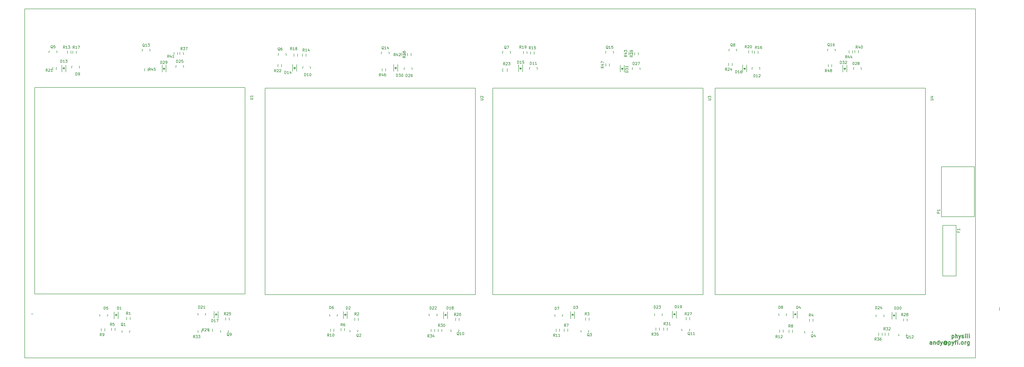
<source format=gbr>
G04 #@! TF.FileFunction,Legend,Top*
%FSLAX46Y46*%
G04 Gerber Fmt 4.6, Leading zero omitted, Abs format (unit mm)*
G04 Created by KiCad (PCBNEW 4.0.2-4+6225~38~ubuntu15.10.1-stable) date Thu 31 Mar 2016 04:29:23 PM CDT*
%MOMM*%
G01*
G04 APERTURE LIST*
%ADD10C,0.100000*%
%ADD11C,0.200000*%
%ADD12C,0.300000*%
%ADD13C,0.150000*%
G04 APERTURE END LIST*
D10*
D11*
X50800000Y-167640000D02*
X51435000Y-167640000D01*
X48260000Y-184404000D02*
X48260000Y-173228000D01*
X409956000Y-184404000D02*
X48260000Y-184404000D01*
X48260000Y-173228000D02*
X48260000Y-66548000D01*
D12*
X401066856Y-175770571D02*
X401066856Y-177270571D01*
X401066856Y-175842000D02*
X401209713Y-175770571D01*
X401495427Y-175770571D01*
X401638284Y-175842000D01*
X401709713Y-175913429D01*
X401781142Y-176056286D01*
X401781142Y-176484857D01*
X401709713Y-176627714D01*
X401638284Y-176699143D01*
X401495427Y-176770571D01*
X401209713Y-176770571D01*
X401066856Y-176699143D01*
X402423999Y-176770571D02*
X402423999Y-175270571D01*
X403066856Y-176770571D02*
X403066856Y-175984857D01*
X402995427Y-175842000D01*
X402852570Y-175770571D01*
X402638285Y-175770571D01*
X402495427Y-175842000D01*
X402423999Y-175913429D01*
X403638285Y-175770571D02*
X403995428Y-176770571D01*
X404352570Y-175770571D02*
X403995428Y-176770571D01*
X403852570Y-177127714D01*
X403781142Y-177199143D01*
X403638285Y-177270571D01*
X404852570Y-176699143D02*
X404995427Y-176770571D01*
X405281142Y-176770571D01*
X405423999Y-176699143D01*
X405495427Y-176556286D01*
X405495427Y-176484857D01*
X405423999Y-176342000D01*
X405281142Y-176270571D01*
X405066856Y-176270571D01*
X404923999Y-176199143D01*
X404852570Y-176056286D01*
X404852570Y-175984857D01*
X404923999Y-175842000D01*
X405066856Y-175770571D01*
X405281142Y-175770571D01*
X405423999Y-175842000D01*
X406138285Y-176770571D02*
X406138285Y-175770571D01*
X406138285Y-175270571D02*
X406066856Y-175342000D01*
X406138285Y-175413429D01*
X406209713Y-175342000D01*
X406138285Y-175270571D01*
X406138285Y-175413429D01*
X406852571Y-176770571D02*
X406852571Y-175770571D01*
X406852571Y-175270571D02*
X406781142Y-175342000D01*
X406852571Y-175413429D01*
X406923999Y-175342000D01*
X406852571Y-175270571D01*
X406852571Y-175413429D01*
X407566857Y-176770571D02*
X407566857Y-175770571D01*
X407566857Y-175270571D02*
X407495428Y-175342000D01*
X407566857Y-175413429D01*
X407638285Y-175342000D01*
X407566857Y-175270571D01*
X407566857Y-175413429D01*
X393352571Y-179170571D02*
X393352571Y-178384857D01*
X393281142Y-178242000D01*
X393138285Y-178170571D01*
X392852571Y-178170571D01*
X392709714Y-178242000D01*
X393352571Y-179099143D02*
X393209714Y-179170571D01*
X392852571Y-179170571D01*
X392709714Y-179099143D01*
X392638285Y-178956286D01*
X392638285Y-178813429D01*
X392709714Y-178670571D01*
X392852571Y-178599143D01*
X393209714Y-178599143D01*
X393352571Y-178527714D01*
X394066857Y-178170571D02*
X394066857Y-179170571D01*
X394066857Y-178313429D02*
X394138285Y-178242000D01*
X394281143Y-178170571D01*
X394495428Y-178170571D01*
X394638285Y-178242000D01*
X394709714Y-178384857D01*
X394709714Y-179170571D01*
X396066857Y-179170571D02*
X396066857Y-177670571D01*
X396066857Y-179099143D02*
X395924000Y-179170571D01*
X395638286Y-179170571D01*
X395495428Y-179099143D01*
X395424000Y-179027714D01*
X395352571Y-178884857D01*
X395352571Y-178456286D01*
X395424000Y-178313429D01*
X395495428Y-178242000D01*
X395638286Y-178170571D01*
X395924000Y-178170571D01*
X396066857Y-178242000D01*
X396638286Y-178170571D02*
X396995429Y-179170571D01*
X397352571Y-178170571D02*
X396995429Y-179170571D01*
X396852571Y-179527714D01*
X396781143Y-179599143D01*
X396638286Y-179670571D01*
X398852571Y-178456286D02*
X398781143Y-178384857D01*
X398638286Y-178313429D01*
X398495428Y-178313429D01*
X398352571Y-178384857D01*
X398281143Y-178456286D01*
X398209714Y-178599143D01*
X398209714Y-178742000D01*
X398281143Y-178884857D01*
X398352571Y-178956286D01*
X398495428Y-179027714D01*
X398638286Y-179027714D01*
X398781143Y-178956286D01*
X398852571Y-178884857D01*
X398852571Y-178313429D02*
X398852571Y-178884857D01*
X398924000Y-178956286D01*
X398995428Y-178956286D01*
X399138286Y-178884857D01*
X399209714Y-178742000D01*
X399209714Y-178384857D01*
X399066857Y-178170571D01*
X398852571Y-178027714D01*
X398566857Y-177956286D01*
X398281143Y-178027714D01*
X398066857Y-178170571D01*
X397924000Y-178384857D01*
X397852571Y-178670571D01*
X397924000Y-178956286D01*
X398066857Y-179170571D01*
X398281143Y-179313429D01*
X398566857Y-179384857D01*
X398852571Y-179313429D01*
X399066857Y-179170571D01*
X399852571Y-178170571D02*
X399852571Y-179670571D01*
X399852571Y-178242000D02*
X399995428Y-178170571D01*
X400281142Y-178170571D01*
X400423999Y-178242000D01*
X400495428Y-178313429D01*
X400566857Y-178456286D01*
X400566857Y-178884857D01*
X400495428Y-179027714D01*
X400423999Y-179099143D01*
X400281142Y-179170571D01*
X399995428Y-179170571D01*
X399852571Y-179099143D01*
X401066857Y-178170571D02*
X401424000Y-179170571D01*
X401781142Y-178170571D02*
X401424000Y-179170571D01*
X401281142Y-179527714D01*
X401209714Y-179599143D01*
X401066857Y-179670571D01*
X402138285Y-178170571D02*
X402709714Y-178170571D01*
X402352571Y-179170571D02*
X402352571Y-177884857D01*
X402423999Y-177742000D01*
X402566857Y-177670571D01*
X402709714Y-177670571D01*
X403209714Y-179170571D02*
X403209714Y-178170571D01*
X403209714Y-177670571D02*
X403138285Y-177742000D01*
X403209714Y-177813429D01*
X403281142Y-177742000D01*
X403209714Y-177670571D01*
X403209714Y-177813429D01*
X403924000Y-179027714D02*
X403995428Y-179099143D01*
X403924000Y-179170571D01*
X403852571Y-179099143D01*
X403924000Y-179027714D01*
X403924000Y-179170571D01*
X404852572Y-179170571D02*
X404709714Y-179099143D01*
X404638286Y-179027714D01*
X404566857Y-178884857D01*
X404566857Y-178456286D01*
X404638286Y-178313429D01*
X404709714Y-178242000D01*
X404852572Y-178170571D01*
X405066857Y-178170571D01*
X405209714Y-178242000D01*
X405281143Y-178313429D01*
X405352572Y-178456286D01*
X405352572Y-178884857D01*
X405281143Y-179027714D01*
X405209714Y-179099143D01*
X405066857Y-179170571D01*
X404852572Y-179170571D01*
X405995429Y-179170571D02*
X405995429Y-178170571D01*
X405995429Y-178456286D02*
X406066857Y-178313429D01*
X406138286Y-178242000D01*
X406281143Y-178170571D01*
X406424000Y-178170571D01*
X407566857Y-178170571D02*
X407566857Y-179384857D01*
X407495428Y-179527714D01*
X407424000Y-179599143D01*
X407281143Y-179670571D01*
X407066857Y-179670571D01*
X406924000Y-179599143D01*
X407566857Y-179099143D02*
X407424000Y-179170571D01*
X407138286Y-179170571D01*
X406995428Y-179099143D01*
X406924000Y-179027714D01*
X406852571Y-178884857D01*
X406852571Y-178456286D01*
X406924000Y-178313429D01*
X406995428Y-178242000D01*
X407138286Y-178170571D01*
X407424000Y-178170571D01*
X407566857Y-178242000D01*
D11*
X419100000Y-165735000D02*
X419100000Y-166370000D01*
X419100000Y-165100000D02*
X419100000Y-165735000D01*
X409956000Y-51308000D02*
X409956000Y-66548000D01*
X48260000Y-51308000D02*
X409956000Y-51308000D01*
X48260000Y-66548000D02*
X48260000Y-51308000D01*
X409956000Y-173228000D02*
X409956000Y-184404000D01*
X409956000Y-66548000D02*
X409956000Y-173228000D01*
D13*
X85450840Y-174551000D02*
X85499100Y-174551000D01*
X88249820Y-173849960D02*
X88249820Y-174551000D01*
X88249820Y-174551000D02*
X88000900Y-174551000D01*
X85450840Y-174551000D02*
X85250180Y-174551000D01*
X85250180Y-174551000D02*
X85250180Y-173849960D01*
X356449160Y-66649000D02*
X356400900Y-66649000D01*
X353650180Y-67350040D02*
X353650180Y-66649000D01*
X353650180Y-66649000D02*
X353899100Y-66649000D01*
X356449160Y-66649000D02*
X356649820Y-66649000D01*
X356649820Y-66649000D02*
X356649820Y-67350040D01*
X78725000Y-173100000D02*
X78725000Y-174100000D01*
X77375000Y-174100000D02*
X77375000Y-173100000D01*
X288050840Y-168151000D02*
X288099100Y-168151000D01*
X290849820Y-167449960D02*
X290849820Y-168151000D01*
X290849820Y-168151000D02*
X290600900Y-168151000D01*
X288050840Y-168151000D02*
X287850180Y-168151000D01*
X287850180Y-168151000D02*
X287850180Y-167449960D01*
X52070000Y-81280000D02*
X52070000Y-160020000D01*
X52070000Y-160020000D02*
X132080000Y-160020000D01*
X132080000Y-160020000D02*
X132080000Y-81280000D01*
X132080000Y-81280000D02*
X52070000Y-81280000D01*
X122950840Y-174552020D02*
X122999100Y-174552020D01*
X125749820Y-173850980D02*
X125749820Y-174552020D01*
X125749820Y-174552020D02*
X125500900Y-174552020D01*
X122950840Y-174552020D02*
X122750180Y-174552020D01*
X122750180Y-174552020D02*
X122750180Y-173850980D01*
X83850000Y-169449020D02*
X83850000Y-166749020D01*
X82350000Y-169449020D02*
X82350000Y-166749020D01*
X83250000Y-167949020D02*
X83000000Y-167949020D01*
X83000000Y-167949020D02*
X83150000Y-168099020D01*
X82750000Y-168199020D02*
X83450000Y-168199020D01*
X83100000Y-167849020D02*
X83100000Y-167499020D01*
X83100000Y-168199020D02*
X82750000Y-167849020D01*
X82750000Y-167849020D02*
X83450000Y-167849020D01*
X83450000Y-167849020D02*
X83100000Y-168199020D01*
X139700000Y-81534000D02*
X139700000Y-160274000D01*
X139700000Y-160274000D02*
X219710000Y-160274000D01*
X219710000Y-160274000D02*
X219710000Y-81534000D01*
X219710000Y-81534000D02*
X139700000Y-81534000D01*
X310896000Y-81534000D02*
X310896000Y-160274000D01*
X310896000Y-160274000D02*
X390906000Y-160274000D01*
X390906000Y-160274000D02*
X390906000Y-81534000D01*
X390906000Y-81534000D02*
X310896000Y-81534000D01*
X226314000Y-81534000D02*
X226314000Y-160274000D01*
X226314000Y-160274000D02*
X306324000Y-160274000D01*
X306324000Y-160274000D02*
X306324000Y-81534000D01*
X306324000Y-81534000D02*
X226314000Y-81534000D01*
X397002000Y-130556000D02*
X397002000Y-111506000D01*
X397002000Y-111506000D02*
X409575000Y-111506000D01*
X409575000Y-111506000D02*
X409575000Y-130556000D01*
X409575000Y-130556000D02*
X397002000Y-130556000D01*
X171000000Y-169350000D02*
X171000000Y-166650000D01*
X169500000Y-169350000D02*
X169500000Y-166650000D01*
X170400000Y-167850000D02*
X170150000Y-167850000D01*
X170150000Y-167850000D02*
X170300000Y-168000000D01*
X169900000Y-168100000D02*
X170600000Y-168100000D01*
X170250000Y-167750000D02*
X170250000Y-167400000D01*
X170250000Y-168100000D02*
X169900000Y-167750000D01*
X169900000Y-167750000D02*
X170600000Y-167750000D01*
X170600000Y-167750000D02*
X170250000Y-168100000D01*
X257450000Y-169350980D02*
X257450000Y-166650980D01*
X255950000Y-169350980D02*
X255950000Y-166650980D01*
X256850000Y-167850980D02*
X256600000Y-167850980D01*
X256600000Y-167850980D02*
X256750000Y-168000980D01*
X256350000Y-168100980D02*
X257050000Y-168100980D01*
X256700000Y-167750980D02*
X256700000Y-167400980D01*
X256700000Y-168100980D02*
X256350000Y-167750980D01*
X256350000Y-167750980D02*
X257050000Y-167750980D01*
X257050000Y-167750980D02*
X256700000Y-168100980D01*
X342150000Y-169200980D02*
X342150000Y-166500980D01*
X340650000Y-169200980D02*
X340650000Y-166500980D01*
X341550000Y-167700980D02*
X341300000Y-167700980D01*
X341300000Y-167700980D02*
X341450000Y-167850980D01*
X341050000Y-167950980D02*
X341750000Y-167950980D01*
X341400000Y-167600980D02*
X341400000Y-167250980D01*
X341400000Y-167950980D02*
X341050000Y-167600980D01*
X341050000Y-167600980D02*
X341750000Y-167600980D01*
X341750000Y-167600980D02*
X341400000Y-167950980D01*
X77050840Y-168351000D02*
X77099100Y-168351000D01*
X79849820Y-167649960D02*
X79849820Y-168351000D01*
X79849820Y-168351000D02*
X79600900Y-168351000D01*
X77050840Y-168351000D02*
X76850180Y-168351000D01*
X76850180Y-168351000D02*
X76850180Y-167649960D01*
X164450840Y-168402020D02*
X164499100Y-168402020D01*
X167249820Y-167700980D02*
X167249820Y-168402020D01*
X167249820Y-168402020D02*
X167000900Y-168402020D01*
X164450840Y-168402020D02*
X164250180Y-168402020D01*
X164250180Y-168402020D02*
X164250180Y-167700980D01*
X250150840Y-168451000D02*
X250199100Y-168451000D01*
X252949820Y-167749960D02*
X252949820Y-168451000D01*
X252949820Y-168451000D02*
X252700900Y-168451000D01*
X250150840Y-168451000D02*
X249950180Y-168451000D01*
X249950180Y-168451000D02*
X249950180Y-167749960D01*
X335300840Y-168100240D02*
X335349100Y-168100240D01*
X338099820Y-167399200D02*
X338099820Y-168100240D01*
X338099820Y-168100240D02*
X337850900Y-168100240D01*
X335300840Y-168100240D02*
X335100180Y-168100240D01*
X335100180Y-168100240D02*
X335100180Y-167399200D01*
X68949160Y-73149000D02*
X68900900Y-73149000D01*
X66150180Y-73850040D02*
X66150180Y-73149000D01*
X66150180Y-73149000D02*
X66399100Y-73149000D01*
X68949160Y-73149000D02*
X69149820Y-73149000D01*
X69149820Y-73149000D02*
X69149820Y-73850040D01*
X156799160Y-73347980D02*
X156750900Y-73347980D01*
X154000180Y-74049020D02*
X154000180Y-73347980D01*
X154000180Y-73347980D02*
X154249100Y-73347980D01*
X156799160Y-73347980D02*
X156999820Y-73347980D01*
X156999820Y-73347980D02*
X156999820Y-74049020D01*
X243099160Y-73649760D02*
X243050900Y-73649760D01*
X240300180Y-74350800D02*
X240300180Y-73649760D01*
X240300180Y-73649760D02*
X240549100Y-73649760D01*
X243099160Y-73649760D02*
X243299820Y-73649760D01*
X243299820Y-73649760D02*
X243299820Y-74350800D01*
X327749160Y-73649000D02*
X327700900Y-73649000D01*
X324950180Y-74350040D02*
X324950180Y-73649000D01*
X324950180Y-73649000D02*
X325199100Y-73649000D01*
X327749160Y-73649000D02*
X327949820Y-73649000D01*
X327949820Y-73649000D02*
X327949820Y-74350040D01*
X63950000Y-75350980D02*
X63950000Y-72650980D01*
X62450000Y-75350980D02*
X62450000Y-72650980D01*
X63350000Y-73850980D02*
X63100000Y-73850980D01*
X63100000Y-73850980D02*
X63250000Y-74000980D01*
X62850000Y-74100980D02*
X63550000Y-74100980D01*
X63200000Y-73750980D02*
X63200000Y-73400980D01*
X63200000Y-74100980D02*
X62850000Y-73750980D01*
X62850000Y-73750980D02*
X63550000Y-73750980D01*
X63550000Y-73750980D02*
X63200000Y-74100980D01*
X150250000Y-72400000D02*
X150250000Y-75100000D01*
X151750000Y-72400000D02*
X151750000Y-75100000D01*
X150850000Y-73900000D02*
X151100000Y-73900000D01*
X151100000Y-73900000D02*
X150950000Y-73750000D01*
X151350000Y-73650000D02*
X150650000Y-73650000D01*
X151000000Y-74000000D02*
X151000000Y-74350000D01*
X151000000Y-73650000D02*
X151350000Y-74000000D01*
X151350000Y-74000000D02*
X150650000Y-74000000D01*
X150650000Y-74000000D02*
X151000000Y-73650000D01*
X236150000Y-72549020D02*
X236150000Y-75249020D01*
X237650000Y-72549020D02*
X237650000Y-75249020D01*
X236750000Y-74049020D02*
X237000000Y-74049020D01*
X237000000Y-74049020D02*
X236850000Y-73899020D01*
X237250000Y-73799020D02*
X236550000Y-73799020D01*
X236900000Y-74149020D02*
X236900000Y-74499020D01*
X236900000Y-73799020D02*
X237250000Y-74149020D01*
X237250000Y-74149020D02*
X236550000Y-74149020D01*
X236550000Y-74149020D02*
X236900000Y-73799020D01*
X321450000Y-72600000D02*
X321450000Y-75300000D01*
X322950000Y-72600000D02*
X322950000Y-75300000D01*
X322050000Y-74100000D02*
X322300000Y-74100000D01*
X322300000Y-74100000D02*
X322150000Y-73950000D01*
X322550000Y-73850000D02*
X321850000Y-73850000D01*
X322200000Y-74200000D02*
X322200000Y-74550000D01*
X322200000Y-73850000D02*
X322550000Y-74200000D01*
X322550000Y-74200000D02*
X321850000Y-74200000D01*
X321850000Y-74200000D02*
X322200000Y-73850000D01*
X121850000Y-169249020D02*
X121850000Y-166549020D01*
X120350000Y-169249020D02*
X120350000Y-166549020D01*
X121250000Y-167749020D02*
X121000000Y-167749020D01*
X121000000Y-167749020D02*
X121150000Y-167899020D01*
X120750000Y-167999020D02*
X121450000Y-167999020D01*
X121100000Y-167649020D02*
X121100000Y-167299020D01*
X121100000Y-167999020D02*
X120750000Y-167649020D01*
X120750000Y-167649020D02*
X121450000Y-167649020D01*
X121450000Y-167649020D02*
X121100000Y-167999020D01*
X209150000Y-169449020D02*
X209150000Y-166749020D01*
X207650000Y-169449020D02*
X207650000Y-166749020D01*
X208550000Y-167949020D02*
X208300000Y-167949020D01*
X208300000Y-167949020D02*
X208450000Y-168099020D01*
X208050000Y-168199020D02*
X208750000Y-168199020D01*
X208400000Y-167849020D02*
X208400000Y-167499020D01*
X208400000Y-168199020D02*
X208050000Y-167849020D01*
X208050000Y-167849020D02*
X208750000Y-167849020D01*
X208750000Y-167849020D02*
X208400000Y-168199020D01*
X296150000Y-169200000D02*
X296150000Y-166500000D01*
X294650000Y-169200000D02*
X294650000Y-166500000D01*
X295550000Y-167700000D02*
X295300000Y-167700000D01*
X295300000Y-167700000D02*
X295450000Y-167850000D01*
X295050000Y-167950000D02*
X295750000Y-167950000D01*
X295400000Y-167600000D02*
X295400000Y-167250000D01*
X295400000Y-167950000D02*
X295050000Y-167600000D01*
X295050000Y-167600000D02*
X295750000Y-167600000D01*
X295750000Y-167600000D02*
X295400000Y-167950000D01*
X379750000Y-169650980D02*
X379750000Y-166950980D01*
X378250000Y-169650980D02*
X378250000Y-166950980D01*
X379150000Y-168150980D02*
X378900000Y-168150980D01*
X378900000Y-168150980D02*
X379050000Y-168300980D01*
X378650000Y-168400980D02*
X379350000Y-168400980D01*
X379000000Y-168050980D02*
X379000000Y-167700980D01*
X379000000Y-168400980D02*
X378650000Y-168050980D01*
X378650000Y-168050980D02*
X379350000Y-168050980D01*
X379350000Y-168050980D02*
X379000000Y-168400980D01*
X114350840Y-167951000D02*
X114399100Y-167951000D01*
X117149820Y-167249960D02*
X117149820Y-167951000D01*
X117149820Y-167951000D02*
X116900900Y-167951000D01*
X114350840Y-167951000D02*
X114150180Y-167951000D01*
X114150180Y-167951000D02*
X114150180Y-167249960D01*
X202350840Y-168251000D02*
X202399100Y-168251000D01*
X205149820Y-167549960D02*
X205149820Y-168251000D01*
X205149820Y-168251000D02*
X204900900Y-168251000D01*
X202350840Y-168251000D02*
X202150180Y-168251000D01*
X202150180Y-168251000D02*
X202150180Y-167549960D01*
X372350840Y-168552020D02*
X372399100Y-168552020D01*
X375149820Y-167850980D02*
X375149820Y-168552020D01*
X375149820Y-168552020D02*
X374900900Y-168552020D01*
X372350840Y-168552020D02*
X372150180Y-168552020D01*
X372150180Y-168552020D02*
X372150180Y-167850980D01*
X108562291Y-72908379D02*
X108514031Y-72908379D01*
X105763311Y-73609419D02*
X105763311Y-72908379D01*
X105763311Y-72908379D02*
X106012231Y-72908379D01*
X108562291Y-72908379D02*
X108762951Y-72908379D01*
X108762951Y-72908379D02*
X108762951Y-73609419D01*
X195449160Y-73749000D02*
X195400900Y-73749000D01*
X192650180Y-74450040D02*
X192650180Y-73749000D01*
X192650180Y-73749000D02*
X192899100Y-73749000D01*
X195449160Y-73749000D02*
X195649820Y-73749000D01*
X195649820Y-73749000D02*
X195649820Y-74450040D01*
X282224160Y-73772980D02*
X282175900Y-73772980D01*
X279425180Y-74474020D02*
X279425180Y-73772980D01*
X279425180Y-73772980D02*
X279674100Y-73772980D01*
X282224160Y-73772980D02*
X282424820Y-73772980D01*
X282424820Y-73772980D02*
X282424820Y-74474020D01*
X366349160Y-73747980D02*
X366300900Y-73747980D01*
X363550180Y-74449020D02*
X363550180Y-73747980D01*
X363550180Y-73747980D02*
X363799100Y-73747980D01*
X366349160Y-73747980D02*
X366549820Y-73747980D01*
X366549820Y-73747980D02*
X366549820Y-74449020D01*
X100563131Y-72608399D02*
X100563131Y-75308399D01*
X102063131Y-72608399D02*
X102063131Y-75308399D01*
X101163131Y-74108399D02*
X101413131Y-74108399D01*
X101413131Y-74108399D02*
X101263131Y-73958399D01*
X101663131Y-73858399D02*
X100963131Y-73858399D01*
X101313131Y-74208399D02*
X101313131Y-74558399D01*
X101313131Y-73858399D02*
X101663131Y-74208399D01*
X101663131Y-74208399D02*
X100963131Y-74208399D01*
X100963131Y-74208399D02*
X101313131Y-73858399D01*
X188699020Y-72400000D02*
X188699020Y-75100000D01*
X190199020Y-72400000D02*
X190199020Y-75100000D01*
X189299020Y-73900000D02*
X189549020Y-73900000D01*
X189549020Y-73900000D02*
X189399020Y-73750000D01*
X189799020Y-73650000D02*
X189099020Y-73650000D01*
X189449020Y-74000000D02*
X189449020Y-74350000D01*
X189449020Y-73650000D02*
X189799020Y-74000000D01*
X189799020Y-74000000D02*
X189099020Y-74000000D01*
X189099020Y-74000000D02*
X189449020Y-73650000D01*
X274850000Y-72649020D02*
X274850000Y-75349020D01*
X276350000Y-72649020D02*
X276350000Y-75349020D01*
X275450000Y-74149020D02*
X275700000Y-74149020D01*
X275700000Y-74149020D02*
X275550000Y-73999020D01*
X275950000Y-73899020D02*
X275250000Y-73899020D01*
X275600000Y-74249020D02*
X275600000Y-74599020D01*
X275600000Y-73899020D02*
X275950000Y-74249020D01*
X275950000Y-74249020D02*
X275250000Y-74249020D01*
X275250000Y-74249020D02*
X275600000Y-73899020D01*
X359550000Y-72650000D02*
X359550000Y-75350000D01*
X361050000Y-72650000D02*
X361050000Y-75350000D01*
X360150000Y-74150000D02*
X360400000Y-74150000D01*
X360400000Y-74150000D02*
X360250000Y-74000000D01*
X360650000Y-73900000D02*
X359950000Y-73900000D01*
X360300000Y-74250000D02*
X360300000Y-74600000D01*
X360300000Y-73900000D02*
X360650000Y-74250000D01*
X360650000Y-74250000D02*
X359950000Y-74250000D01*
X359950000Y-74250000D02*
X360300000Y-73900000D01*
X172200840Y-174402020D02*
X172249100Y-174402020D01*
X174999820Y-173700980D02*
X174999820Y-174402020D01*
X174999820Y-174402020D02*
X174750900Y-174402020D01*
X172200840Y-174402020D02*
X172000180Y-174402020D01*
X172000180Y-174402020D02*
X172000180Y-173700980D01*
X260050840Y-174500240D02*
X260099100Y-174500240D01*
X262849820Y-173799200D02*
X262849820Y-174500240D01*
X262849820Y-174500240D02*
X262600900Y-174500240D01*
X260050840Y-174500240D02*
X259850180Y-174500240D01*
X259850180Y-174500240D02*
X259850180Y-173799200D01*
X345150840Y-174801000D02*
X345199100Y-174801000D01*
X347949820Y-174099960D02*
X347949820Y-174801000D01*
X347949820Y-174801000D02*
X347700900Y-174801000D01*
X345150840Y-174801000D02*
X344950180Y-174801000D01*
X344950180Y-174801000D02*
X344950180Y-174099960D01*
X60349160Y-67349000D02*
X60300900Y-67349000D01*
X57550180Y-68050040D02*
X57550180Y-67349000D01*
X57550180Y-67349000D02*
X57799100Y-67349000D01*
X60349160Y-67349000D02*
X60549820Y-67349000D01*
X60549820Y-67349000D02*
X60549820Y-68050040D01*
X147549160Y-68347980D02*
X147500900Y-68347980D01*
X144750180Y-69049020D02*
X144750180Y-68347980D01*
X144750180Y-68347980D02*
X144999100Y-68347980D01*
X147549160Y-68347980D02*
X147749820Y-68347980D01*
X147749820Y-68347980D02*
X147749820Y-69049020D01*
X232899160Y-67547980D02*
X232850900Y-67547980D01*
X230100180Y-68249020D02*
X230100180Y-67547980D01*
X230100180Y-67547980D02*
X230349100Y-67547980D01*
X232899160Y-67547980D02*
X233099820Y-67547980D01*
X233099820Y-67547980D02*
X233099820Y-68249020D01*
X318949160Y-66649000D02*
X318900900Y-66649000D01*
X316150180Y-67350040D02*
X316150180Y-66649000D01*
X316150180Y-66649000D02*
X316399100Y-66649000D01*
X318949160Y-66649000D02*
X319149820Y-66649000D01*
X319149820Y-66649000D02*
X319149820Y-67350040D01*
X210650840Y-174251000D02*
X210699100Y-174251000D01*
X213449820Y-173549960D02*
X213449820Y-174251000D01*
X213449820Y-174251000D02*
X213200900Y-174251000D01*
X210650840Y-174251000D02*
X210450180Y-174251000D01*
X210450180Y-174251000D02*
X210450180Y-173549960D01*
X298450840Y-173951000D02*
X298499100Y-173951000D01*
X301249820Y-173249960D02*
X301249820Y-173951000D01*
X301249820Y-173951000D02*
X301000900Y-173951000D01*
X298450840Y-173951000D02*
X298250180Y-173951000D01*
X298250180Y-173951000D02*
X298250180Y-173249960D01*
X380950840Y-175901000D02*
X380999100Y-175901000D01*
X383749820Y-175199960D02*
X383749820Y-175901000D01*
X383749820Y-175901000D02*
X383500900Y-175901000D01*
X380950840Y-175901000D02*
X380750180Y-175901000D01*
X380750180Y-175901000D02*
X380750180Y-175199960D01*
X95762291Y-66708379D02*
X95714031Y-66708379D01*
X92963311Y-67409419D02*
X92963311Y-66708379D01*
X92963311Y-66708379D02*
X93212231Y-66708379D01*
X95762291Y-66708379D02*
X95962951Y-66708379D01*
X95962951Y-66708379D02*
X95962951Y-67409419D01*
X186749160Y-67749000D02*
X186700900Y-67749000D01*
X183950180Y-68450040D02*
X183950180Y-67749000D01*
X183950180Y-67749000D02*
X184199100Y-67749000D01*
X186749160Y-67749000D02*
X186949820Y-67749000D01*
X186949820Y-67749000D02*
X186949820Y-68450040D01*
X272074160Y-67522980D02*
X272025900Y-67522980D01*
X269275180Y-68224020D02*
X269275180Y-67522980D01*
X269275180Y-67522980D02*
X269524100Y-67522980D01*
X272074160Y-67522980D02*
X272274820Y-67522980D01*
X272274820Y-67522980D02*
X272274820Y-68224020D01*
X230125000Y-75200000D02*
X230125000Y-74000000D01*
X231875000Y-74000000D02*
X231875000Y-75200000D01*
X397490000Y-153081800D02*
X397490000Y-133777800D01*
X402570000Y-153081800D02*
X397490000Y-153081800D01*
X402570000Y-133777800D02*
X402570000Y-153081800D01*
X397490000Y-133777800D02*
X402570000Y-133777800D01*
X58975000Y-74450000D02*
X58975000Y-73450000D01*
X60325000Y-73450000D02*
X60325000Y-74450000D01*
X115625000Y-173750000D02*
X115625000Y-174750000D01*
X114275000Y-174750000D02*
X114275000Y-173750000D01*
X95225000Y-74000000D02*
X95225000Y-75000000D01*
X93875000Y-75000000D02*
X93875000Y-74000000D01*
X184225000Y-74950000D02*
X184225000Y-73950000D01*
X185575000Y-73950000D02*
X185575000Y-74950000D01*
X165925000Y-173300000D02*
X165925000Y-174300000D01*
X164575000Y-174300000D02*
X164575000Y-173300000D01*
X251775000Y-173300000D02*
X251775000Y-174300000D01*
X250425000Y-174300000D02*
X250425000Y-173300000D01*
X336825000Y-173650000D02*
X336825000Y-174650000D01*
X335475000Y-174650000D02*
X335475000Y-173650000D01*
X317425000Y-71950000D02*
X317425000Y-72950000D01*
X316075000Y-72950000D02*
X316075000Y-71950000D01*
X118375000Y-174300000D02*
X118375000Y-173300000D01*
X119725000Y-173300000D02*
X119725000Y-174300000D01*
X204225000Y-173400000D02*
X204225000Y-174400000D01*
X202875000Y-174400000D02*
X202875000Y-173400000D01*
X289775000Y-172850000D02*
X289775000Y-173850000D01*
X288425000Y-173850000D02*
X288425000Y-172850000D01*
X374475000Y-174800000D02*
X374475000Y-175800000D01*
X373125000Y-175800000D02*
X373125000Y-174800000D01*
X270675000Y-72100000D02*
X270675000Y-73100000D01*
X269325000Y-73100000D02*
X269325000Y-72100000D01*
X355325000Y-72400000D02*
X355325000Y-73400000D01*
X353975000Y-73400000D02*
X353975000Y-72400000D01*
X81275000Y-173950000D02*
X81275000Y-172950000D01*
X82625000Y-172950000D02*
X82625000Y-173950000D01*
X168625000Y-174050000D02*
X168625000Y-173050000D01*
X169975000Y-173050000D02*
X169975000Y-174050000D01*
X254875000Y-173250000D02*
X254875000Y-174250000D01*
X253525000Y-174250000D02*
X253525000Y-173250000D01*
X340375000Y-173700000D02*
X340375000Y-174700000D01*
X339025000Y-174700000D02*
X339025000Y-173700000D01*
X65925000Y-67250000D02*
X65925000Y-68250000D01*
X64575000Y-68250000D02*
X64575000Y-67250000D01*
X150725000Y-69350000D02*
X150725000Y-68350000D01*
X152075000Y-68350000D02*
X152075000Y-69350000D01*
X239375000Y-67400000D02*
X239375000Y-68400000D01*
X238025000Y-68400000D02*
X238025000Y-67400000D01*
X325075000Y-67100000D02*
X325075000Y-68100000D01*
X323725000Y-68100000D02*
X323725000Y-67100000D01*
X206975000Y-173400000D02*
X206975000Y-174400000D01*
X205625000Y-174400000D02*
X205625000Y-173400000D01*
X292675000Y-172850000D02*
X292675000Y-173850000D01*
X291325000Y-173850000D02*
X291325000Y-172850000D01*
X376925000Y-174800000D02*
X376925000Y-175800000D01*
X375575000Y-175800000D02*
X375575000Y-174800000D01*
X192925000Y-68050000D02*
X192925000Y-69050000D01*
X191575000Y-69050000D02*
X191575000Y-68050000D01*
X279475000Y-67800000D02*
X279475000Y-68800000D01*
X278125000Y-68800000D02*
X278125000Y-67800000D01*
X363225000Y-67100000D02*
X363225000Y-68100000D01*
X361875000Y-68100000D02*
X361875000Y-67100000D01*
X87025000Y-169800000D02*
X87025000Y-168800000D01*
X88375000Y-168800000D02*
X88375000Y-169800000D01*
X175175000Y-169100000D02*
X175175000Y-170100000D01*
X173825000Y-170100000D02*
X173825000Y-169100000D01*
X262975000Y-169050000D02*
X262975000Y-170050000D01*
X261625000Y-170050000D02*
X261625000Y-169050000D01*
X348175000Y-169500000D02*
X348175000Y-170500000D01*
X346825000Y-170500000D02*
X346825000Y-169500000D01*
X155275000Y-68350000D02*
X155275000Y-69350000D01*
X153925000Y-69350000D02*
X153925000Y-68350000D01*
X242075000Y-67500000D02*
X242075000Y-68500000D01*
X240725000Y-68500000D02*
X240725000Y-67500000D01*
X327225000Y-67250000D02*
X327225000Y-68250000D01*
X325875000Y-68250000D02*
X325875000Y-67250000D01*
X67925000Y-67300000D02*
X67925000Y-68300000D01*
X66575000Y-68300000D02*
X66575000Y-67300000D01*
X124725000Y-170000000D02*
X124725000Y-169000000D01*
X126075000Y-169000000D02*
X126075000Y-170000000D01*
X213575000Y-169100000D02*
X213575000Y-170100000D01*
X212225000Y-170100000D02*
X212225000Y-169100000D01*
X301275000Y-168900000D02*
X301275000Y-169900000D01*
X299925000Y-169900000D02*
X299925000Y-168900000D01*
X383975000Y-169350000D02*
X383975000Y-170350000D01*
X382625000Y-170350000D02*
X382625000Y-169350000D01*
X108675000Y-67750000D02*
X108675000Y-68750000D01*
X107325000Y-68750000D02*
X107325000Y-67750000D01*
X281725000Y-67850000D02*
X281725000Y-68850000D01*
X280375000Y-68850000D02*
X280375000Y-67850000D01*
X365425000Y-67050000D02*
X365425000Y-68050000D01*
X364075000Y-68050000D02*
X364075000Y-67050000D01*
X145975000Y-72350000D02*
X145975000Y-73350000D01*
X144625000Y-73350000D02*
X144625000Y-72350000D01*
X105125000Y-68750000D02*
X105125000Y-67750000D01*
X106475000Y-67750000D02*
X106475000Y-68750000D01*
X195275000Y-68150000D02*
X195275000Y-69150000D01*
X193925000Y-69150000D02*
X193925000Y-68150000D01*
X85704762Y-172147619D02*
X85609524Y-172100000D01*
X85514286Y-172004762D01*
X85371429Y-171861905D01*
X85276190Y-171814286D01*
X85180952Y-171814286D01*
X85228571Y-172052381D02*
X85133333Y-172004762D01*
X85038095Y-171909524D01*
X84990476Y-171719048D01*
X84990476Y-171385714D01*
X85038095Y-171195238D01*
X85133333Y-171100000D01*
X85228571Y-171052381D01*
X85419048Y-171052381D01*
X85514286Y-171100000D01*
X85609524Y-171195238D01*
X85657143Y-171385714D01*
X85657143Y-171719048D01*
X85609524Y-171909524D01*
X85514286Y-172004762D01*
X85419048Y-172052381D01*
X85228571Y-172052381D01*
X86609524Y-172052381D02*
X86038095Y-172052381D01*
X86323809Y-172052381D02*
X86323809Y-171052381D01*
X86228571Y-171195238D01*
X86133333Y-171290476D01*
X86038095Y-171338095D01*
X354478572Y-65497619D02*
X354383334Y-65450000D01*
X354288096Y-65354762D01*
X354145239Y-65211905D01*
X354050000Y-65164286D01*
X353954762Y-65164286D01*
X354002381Y-65402381D02*
X353907143Y-65354762D01*
X353811905Y-65259524D01*
X353764286Y-65069048D01*
X353764286Y-64735714D01*
X353811905Y-64545238D01*
X353907143Y-64450000D01*
X354002381Y-64402381D01*
X354192858Y-64402381D01*
X354288096Y-64450000D01*
X354383334Y-64545238D01*
X354430953Y-64735714D01*
X354430953Y-65069048D01*
X354383334Y-65259524D01*
X354288096Y-65354762D01*
X354192858Y-65402381D01*
X354002381Y-65402381D01*
X355383334Y-65402381D02*
X354811905Y-65402381D01*
X355097619Y-65402381D02*
X355097619Y-64402381D01*
X355002381Y-64545238D01*
X354907143Y-64640476D01*
X354811905Y-64688095D01*
X356240477Y-64402381D02*
X356050000Y-64402381D01*
X355954762Y-64450000D01*
X355907143Y-64497619D01*
X355811905Y-64640476D01*
X355764286Y-64830952D01*
X355764286Y-65211905D01*
X355811905Y-65307143D01*
X355859524Y-65354762D01*
X355954762Y-65402381D01*
X356145239Y-65402381D01*
X356240477Y-65354762D01*
X356288096Y-65307143D01*
X356335715Y-65211905D01*
X356335715Y-64973810D01*
X356288096Y-64878571D01*
X356240477Y-64830952D01*
X356145239Y-64783333D01*
X355954762Y-64783333D01*
X355859524Y-64830952D01*
X355811905Y-64878571D01*
X355764286Y-64973810D01*
X77533334Y-176002381D02*
X77200000Y-175526190D01*
X76961905Y-176002381D02*
X76961905Y-175002381D01*
X77342858Y-175002381D01*
X77438096Y-175050000D01*
X77485715Y-175097619D01*
X77533334Y-175192857D01*
X77533334Y-175335714D01*
X77485715Y-175430952D01*
X77438096Y-175478571D01*
X77342858Y-175526190D01*
X76961905Y-175526190D01*
X78009524Y-176002381D02*
X78200000Y-176002381D01*
X78295239Y-175954762D01*
X78342858Y-175907143D01*
X78438096Y-175764286D01*
X78485715Y-175573810D01*
X78485715Y-175192857D01*
X78438096Y-175097619D01*
X78390477Y-175050000D01*
X78295239Y-175002381D01*
X78104762Y-175002381D01*
X78009524Y-175050000D01*
X77961905Y-175097619D01*
X77914286Y-175192857D01*
X77914286Y-175430952D01*
X77961905Y-175526190D01*
X78009524Y-175573810D01*
X78104762Y-175621429D01*
X78295239Y-175621429D01*
X78390477Y-175573810D01*
X78438096Y-175526190D01*
X78485715Y-175430952D01*
X287685714Y-165452381D02*
X287685714Y-164452381D01*
X287923809Y-164452381D01*
X288066667Y-164500000D01*
X288161905Y-164595238D01*
X288209524Y-164690476D01*
X288257143Y-164880952D01*
X288257143Y-165023810D01*
X288209524Y-165214286D01*
X288161905Y-165309524D01*
X288066667Y-165404762D01*
X287923809Y-165452381D01*
X287685714Y-165452381D01*
X288638095Y-164547619D02*
X288685714Y-164500000D01*
X288780952Y-164452381D01*
X289019048Y-164452381D01*
X289114286Y-164500000D01*
X289161905Y-164547619D01*
X289209524Y-164642857D01*
X289209524Y-164738095D01*
X289161905Y-164880952D01*
X288590476Y-165452381D01*
X289209524Y-165452381D01*
X289542857Y-164452381D02*
X290161905Y-164452381D01*
X289828571Y-164833333D01*
X289971429Y-164833333D01*
X290066667Y-164880952D01*
X290114286Y-164928571D01*
X290161905Y-165023810D01*
X290161905Y-165261905D01*
X290114286Y-165357143D01*
X290066667Y-165404762D01*
X289971429Y-165452381D01*
X289685714Y-165452381D01*
X289590476Y-165404762D01*
X289542857Y-165357143D01*
X134072381Y-85851905D02*
X134881905Y-85851905D01*
X134977143Y-85804286D01*
X135024762Y-85756667D01*
X135072381Y-85661429D01*
X135072381Y-85470952D01*
X135024762Y-85375714D01*
X134977143Y-85328095D01*
X134881905Y-85280476D01*
X134072381Y-85280476D01*
X135072381Y-84280476D02*
X135072381Y-84851905D01*
X135072381Y-84566191D02*
X134072381Y-84566191D01*
X134215238Y-84661429D01*
X134310476Y-84756667D01*
X134358095Y-84851905D01*
X126004762Y-175997619D02*
X125909524Y-175950000D01*
X125814286Y-175854762D01*
X125671429Y-175711905D01*
X125576190Y-175664286D01*
X125480952Y-175664286D01*
X125528571Y-175902381D02*
X125433333Y-175854762D01*
X125338095Y-175759524D01*
X125290476Y-175569048D01*
X125290476Y-175235714D01*
X125338095Y-175045238D01*
X125433333Y-174950000D01*
X125528571Y-174902381D01*
X125719048Y-174902381D01*
X125814286Y-174950000D01*
X125909524Y-175045238D01*
X125957143Y-175235714D01*
X125957143Y-175569048D01*
X125909524Y-175759524D01*
X125814286Y-175854762D01*
X125719048Y-175902381D01*
X125528571Y-175902381D01*
X126433333Y-175902381D02*
X126623809Y-175902381D01*
X126719048Y-175854762D01*
X126766667Y-175807143D01*
X126861905Y-175664286D01*
X126909524Y-175473810D01*
X126909524Y-175092857D01*
X126861905Y-174997619D01*
X126814286Y-174950000D01*
X126719048Y-174902381D01*
X126528571Y-174902381D01*
X126433333Y-174950000D01*
X126385714Y-174997619D01*
X126338095Y-175092857D01*
X126338095Y-175330952D01*
X126385714Y-175426190D01*
X126433333Y-175473810D01*
X126528571Y-175521429D01*
X126719048Y-175521429D01*
X126814286Y-175473810D01*
X126861905Y-175426190D01*
X126909524Y-175330952D01*
X83511905Y-165852381D02*
X83511905Y-164852381D01*
X83750000Y-164852381D01*
X83892858Y-164900000D01*
X83988096Y-164995238D01*
X84035715Y-165090476D01*
X84083334Y-165280952D01*
X84083334Y-165423810D01*
X84035715Y-165614286D01*
X83988096Y-165709524D01*
X83892858Y-165804762D01*
X83750000Y-165852381D01*
X83511905Y-165852381D01*
X85035715Y-165852381D02*
X84464286Y-165852381D01*
X84750000Y-165852381D02*
X84750000Y-164852381D01*
X84654762Y-164995238D01*
X84559524Y-165090476D01*
X84464286Y-165138095D01*
X221702381Y-86105905D02*
X222511905Y-86105905D01*
X222607143Y-86058286D01*
X222654762Y-86010667D01*
X222702381Y-85915429D01*
X222702381Y-85724952D01*
X222654762Y-85629714D01*
X222607143Y-85582095D01*
X222511905Y-85534476D01*
X221702381Y-85534476D01*
X221797619Y-85105905D02*
X221750000Y-85058286D01*
X221702381Y-84963048D01*
X221702381Y-84724952D01*
X221750000Y-84629714D01*
X221797619Y-84582095D01*
X221892857Y-84534476D01*
X221988095Y-84534476D01*
X222130952Y-84582095D01*
X222702381Y-85153524D01*
X222702381Y-84534476D01*
X392898381Y-86105905D02*
X393707905Y-86105905D01*
X393803143Y-86058286D01*
X393850762Y-86010667D01*
X393898381Y-85915429D01*
X393898381Y-85724952D01*
X393850762Y-85629714D01*
X393803143Y-85582095D01*
X393707905Y-85534476D01*
X392898381Y-85534476D01*
X393231714Y-84629714D02*
X393898381Y-84629714D01*
X392850762Y-84867810D02*
X393565048Y-85105905D01*
X393565048Y-84486857D01*
X308316381Y-86105905D02*
X309125905Y-86105905D01*
X309221143Y-86058286D01*
X309268762Y-86010667D01*
X309316381Y-85915429D01*
X309316381Y-85724952D01*
X309268762Y-85629714D01*
X309221143Y-85582095D01*
X309125905Y-85534476D01*
X308316381Y-85534476D01*
X308316381Y-85153524D02*
X308316381Y-84534476D01*
X308697333Y-84867810D01*
X308697333Y-84724952D01*
X308744952Y-84629714D01*
X308792571Y-84582095D01*
X308887810Y-84534476D01*
X309125905Y-84534476D01*
X309221143Y-84582095D01*
X309268762Y-84629714D01*
X309316381Y-84724952D01*
X309316381Y-85010667D01*
X309268762Y-85105905D01*
X309221143Y-85153524D01*
X396438381Y-129262095D02*
X395438381Y-129262095D01*
X395438381Y-128881142D01*
X395486000Y-128785904D01*
X395533619Y-128738285D01*
X395628857Y-128690666D01*
X395771714Y-128690666D01*
X395866952Y-128738285D01*
X395914571Y-128785904D01*
X395962190Y-128881142D01*
X395962190Y-129262095D01*
X396438381Y-127738285D02*
X396438381Y-128309714D01*
X396438381Y-128024000D02*
X395438381Y-128024000D01*
X395581238Y-128119238D01*
X395676476Y-128214476D01*
X395724095Y-128309714D01*
X170611905Y-165802381D02*
X170611905Y-164802381D01*
X170850000Y-164802381D01*
X170992858Y-164850000D01*
X171088096Y-164945238D01*
X171135715Y-165040476D01*
X171183334Y-165230952D01*
X171183334Y-165373810D01*
X171135715Y-165564286D01*
X171088096Y-165659524D01*
X170992858Y-165754762D01*
X170850000Y-165802381D01*
X170611905Y-165802381D01*
X171564286Y-164897619D02*
X171611905Y-164850000D01*
X171707143Y-164802381D01*
X171945239Y-164802381D01*
X172040477Y-164850000D01*
X172088096Y-164897619D01*
X172135715Y-164992857D01*
X172135715Y-165088095D01*
X172088096Y-165230952D01*
X171516667Y-165802381D01*
X172135715Y-165802381D01*
X257111905Y-165602381D02*
X257111905Y-164602381D01*
X257350000Y-164602381D01*
X257492858Y-164650000D01*
X257588096Y-164745238D01*
X257635715Y-164840476D01*
X257683334Y-165030952D01*
X257683334Y-165173810D01*
X257635715Y-165364286D01*
X257588096Y-165459524D01*
X257492858Y-165554762D01*
X257350000Y-165602381D01*
X257111905Y-165602381D01*
X258016667Y-164602381D02*
X258635715Y-164602381D01*
X258302381Y-164983333D01*
X258445239Y-164983333D01*
X258540477Y-165030952D01*
X258588096Y-165078571D01*
X258635715Y-165173810D01*
X258635715Y-165411905D01*
X258588096Y-165507143D01*
X258540477Y-165554762D01*
X258445239Y-165602381D01*
X258159524Y-165602381D01*
X258064286Y-165554762D01*
X258016667Y-165507143D01*
X341911905Y-165602381D02*
X341911905Y-164602381D01*
X342150000Y-164602381D01*
X342292858Y-164650000D01*
X342388096Y-164745238D01*
X342435715Y-164840476D01*
X342483334Y-165030952D01*
X342483334Y-165173810D01*
X342435715Y-165364286D01*
X342388096Y-165459524D01*
X342292858Y-165554762D01*
X342150000Y-165602381D01*
X341911905Y-165602381D01*
X343340477Y-164935714D02*
X343340477Y-165602381D01*
X343102381Y-164554762D02*
X342864286Y-165269048D01*
X343483334Y-165269048D01*
X78411905Y-165852381D02*
X78411905Y-164852381D01*
X78650000Y-164852381D01*
X78792858Y-164900000D01*
X78888096Y-164995238D01*
X78935715Y-165090476D01*
X78983334Y-165280952D01*
X78983334Y-165423810D01*
X78935715Y-165614286D01*
X78888096Y-165709524D01*
X78792858Y-165804762D01*
X78650000Y-165852381D01*
X78411905Y-165852381D01*
X79888096Y-164852381D02*
X79411905Y-164852381D01*
X79364286Y-165328571D01*
X79411905Y-165280952D01*
X79507143Y-165233333D01*
X79745239Y-165233333D01*
X79840477Y-165280952D01*
X79888096Y-165328571D01*
X79935715Y-165423810D01*
X79935715Y-165661905D01*
X79888096Y-165757143D01*
X79840477Y-165804762D01*
X79745239Y-165852381D01*
X79507143Y-165852381D01*
X79411905Y-165804762D01*
X79364286Y-165757143D01*
X164261905Y-165652381D02*
X164261905Y-164652381D01*
X164500000Y-164652381D01*
X164642858Y-164700000D01*
X164738096Y-164795238D01*
X164785715Y-164890476D01*
X164833334Y-165080952D01*
X164833334Y-165223810D01*
X164785715Y-165414286D01*
X164738096Y-165509524D01*
X164642858Y-165604762D01*
X164500000Y-165652381D01*
X164261905Y-165652381D01*
X165690477Y-164652381D02*
X165500000Y-164652381D01*
X165404762Y-164700000D01*
X165357143Y-164747619D01*
X165261905Y-164890476D01*
X165214286Y-165080952D01*
X165214286Y-165461905D01*
X165261905Y-165557143D01*
X165309524Y-165604762D01*
X165404762Y-165652381D01*
X165595239Y-165652381D01*
X165690477Y-165604762D01*
X165738096Y-165557143D01*
X165785715Y-165461905D01*
X165785715Y-165223810D01*
X165738096Y-165128571D01*
X165690477Y-165080952D01*
X165595239Y-165033333D01*
X165404762Y-165033333D01*
X165309524Y-165080952D01*
X165261905Y-165128571D01*
X165214286Y-165223810D01*
X250011905Y-166002381D02*
X250011905Y-165002381D01*
X250250000Y-165002381D01*
X250392858Y-165050000D01*
X250488096Y-165145238D01*
X250535715Y-165240476D01*
X250583334Y-165430952D01*
X250583334Y-165573810D01*
X250535715Y-165764286D01*
X250488096Y-165859524D01*
X250392858Y-165954762D01*
X250250000Y-166002381D01*
X250011905Y-166002381D01*
X250916667Y-165002381D02*
X251583334Y-165002381D01*
X251154762Y-166002381D01*
X335111905Y-165552381D02*
X335111905Y-164552381D01*
X335350000Y-164552381D01*
X335492858Y-164600000D01*
X335588096Y-164695238D01*
X335635715Y-164790476D01*
X335683334Y-164980952D01*
X335683334Y-165123810D01*
X335635715Y-165314286D01*
X335588096Y-165409524D01*
X335492858Y-165504762D01*
X335350000Y-165552381D01*
X335111905Y-165552381D01*
X336254762Y-164980952D02*
X336159524Y-164933333D01*
X336111905Y-164885714D01*
X336064286Y-164790476D01*
X336064286Y-164742857D01*
X336111905Y-164647619D01*
X336159524Y-164600000D01*
X336254762Y-164552381D01*
X336445239Y-164552381D01*
X336540477Y-164600000D01*
X336588096Y-164647619D01*
X336635715Y-164742857D01*
X336635715Y-164790476D01*
X336588096Y-164885714D01*
X336540477Y-164933333D01*
X336445239Y-164980952D01*
X336254762Y-164980952D01*
X336159524Y-165028571D01*
X336111905Y-165076190D01*
X336064286Y-165171429D01*
X336064286Y-165361905D01*
X336111905Y-165457143D01*
X336159524Y-165504762D01*
X336254762Y-165552381D01*
X336445239Y-165552381D01*
X336540477Y-165504762D01*
X336588096Y-165457143D01*
X336635715Y-165361905D01*
X336635715Y-165171429D01*
X336588096Y-165076190D01*
X336540477Y-165028571D01*
X336445239Y-164980952D01*
X67711905Y-76602381D02*
X67711905Y-75602381D01*
X67950000Y-75602381D01*
X68092858Y-75650000D01*
X68188096Y-75745238D01*
X68235715Y-75840476D01*
X68283334Y-76030952D01*
X68283334Y-76173810D01*
X68235715Y-76364286D01*
X68188096Y-76459524D01*
X68092858Y-76554762D01*
X67950000Y-76602381D01*
X67711905Y-76602381D01*
X68759524Y-76602381D02*
X68950000Y-76602381D01*
X69045239Y-76554762D01*
X69092858Y-76507143D01*
X69188096Y-76364286D01*
X69235715Y-76173810D01*
X69235715Y-75792857D01*
X69188096Y-75697619D01*
X69140477Y-75650000D01*
X69045239Y-75602381D01*
X68854762Y-75602381D01*
X68759524Y-75650000D01*
X68711905Y-75697619D01*
X68664286Y-75792857D01*
X68664286Y-76030952D01*
X68711905Y-76126190D01*
X68759524Y-76173810D01*
X68854762Y-76221429D01*
X69045239Y-76221429D01*
X69140477Y-76173810D01*
X69188096Y-76126190D01*
X69235715Y-76030952D01*
X154735714Y-76852381D02*
X154735714Y-75852381D01*
X154973809Y-75852381D01*
X155116667Y-75900000D01*
X155211905Y-75995238D01*
X155259524Y-76090476D01*
X155307143Y-76280952D01*
X155307143Y-76423810D01*
X155259524Y-76614286D01*
X155211905Y-76709524D01*
X155116667Y-76804762D01*
X154973809Y-76852381D01*
X154735714Y-76852381D01*
X156259524Y-76852381D02*
X155688095Y-76852381D01*
X155973809Y-76852381D02*
X155973809Y-75852381D01*
X155878571Y-75995238D01*
X155783333Y-76090476D01*
X155688095Y-76138095D01*
X156878571Y-75852381D02*
X156973810Y-75852381D01*
X157069048Y-75900000D01*
X157116667Y-75947619D01*
X157164286Y-76042857D01*
X157211905Y-76233333D01*
X157211905Y-76471429D01*
X157164286Y-76661905D01*
X157116667Y-76757143D01*
X157069048Y-76804762D01*
X156973810Y-76852381D01*
X156878571Y-76852381D01*
X156783333Y-76804762D01*
X156735714Y-76757143D01*
X156688095Y-76661905D01*
X156640476Y-76471429D01*
X156640476Y-76233333D01*
X156688095Y-76042857D01*
X156735714Y-75947619D01*
X156783333Y-75900000D01*
X156878571Y-75852381D01*
X240585714Y-72502381D02*
X240585714Y-71502381D01*
X240823809Y-71502381D01*
X240966667Y-71550000D01*
X241061905Y-71645238D01*
X241109524Y-71740476D01*
X241157143Y-71930952D01*
X241157143Y-72073810D01*
X241109524Y-72264286D01*
X241061905Y-72359524D01*
X240966667Y-72454762D01*
X240823809Y-72502381D01*
X240585714Y-72502381D01*
X242109524Y-72502381D02*
X241538095Y-72502381D01*
X241823809Y-72502381D02*
X241823809Y-71502381D01*
X241728571Y-71645238D01*
X241633333Y-71740476D01*
X241538095Y-71788095D01*
X243061905Y-72502381D02*
X242490476Y-72502381D01*
X242776190Y-72502381D02*
X242776190Y-71502381D01*
X242680952Y-71645238D01*
X242585714Y-71740476D01*
X242490476Y-71788095D01*
X325635714Y-77252381D02*
X325635714Y-76252381D01*
X325873809Y-76252381D01*
X326016667Y-76300000D01*
X326111905Y-76395238D01*
X326159524Y-76490476D01*
X326207143Y-76680952D01*
X326207143Y-76823810D01*
X326159524Y-77014286D01*
X326111905Y-77109524D01*
X326016667Y-77204762D01*
X325873809Y-77252381D01*
X325635714Y-77252381D01*
X327159524Y-77252381D02*
X326588095Y-77252381D01*
X326873809Y-77252381D02*
X326873809Y-76252381D01*
X326778571Y-76395238D01*
X326683333Y-76490476D01*
X326588095Y-76538095D01*
X327540476Y-76347619D02*
X327588095Y-76300000D01*
X327683333Y-76252381D01*
X327921429Y-76252381D01*
X328016667Y-76300000D01*
X328064286Y-76347619D01*
X328111905Y-76442857D01*
X328111905Y-76538095D01*
X328064286Y-76680952D01*
X327492857Y-77252381D01*
X328111905Y-77252381D01*
X61935714Y-71702381D02*
X61935714Y-70702381D01*
X62173809Y-70702381D01*
X62316667Y-70750000D01*
X62411905Y-70845238D01*
X62459524Y-70940476D01*
X62507143Y-71130952D01*
X62507143Y-71273810D01*
X62459524Y-71464286D01*
X62411905Y-71559524D01*
X62316667Y-71654762D01*
X62173809Y-71702381D01*
X61935714Y-71702381D01*
X63459524Y-71702381D02*
X62888095Y-71702381D01*
X63173809Y-71702381D02*
X63173809Y-70702381D01*
X63078571Y-70845238D01*
X62983333Y-70940476D01*
X62888095Y-70988095D01*
X63792857Y-70702381D02*
X64411905Y-70702381D01*
X64078571Y-71083333D01*
X64221429Y-71083333D01*
X64316667Y-71130952D01*
X64364286Y-71178571D01*
X64411905Y-71273810D01*
X64411905Y-71511905D01*
X64364286Y-71607143D01*
X64316667Y-71654762D01*
X64221429Y-71702381D01*
X63935714Y-71702381D01*
X63840476Y-71654762D01*
X63792857Y-71607143D01*
X147185714Y-76002381D02*
X147185714Y-75002381D01*
X147423809Y-75002381D01*
X147566667Y-75050000D01*
X147661905Y-75145238D01*
X147709524Y-75240476D01*
X147757143Y-75430952D01*
X147757143Y-75573810D01*
X147709524Y-75764286D01*
X147661905Y-75859524D01*
X147566667Y-75954762D01*
X147423809Y-76002381D01*
X147185714Y-76002381D01*
X148709524Y-76002381D02*
X148138095Y-76002381D01*
X148423809Y-76002381D02*
X148423809Y-75002381D01*
X148328571Y-75145238D01*
X148233333Y-75240476D01*
X148138095Y-75288095D01*
X149566667Y-75335714D02*
X149566667Y-76002381D01*
X149328571Y-74954762D02*
X149090476Y-75669048D01*
X149709524Y-75669048D01*
X235735714Y-72102381D02*
X235735714Y-71102381D01*
X235973809Y-71102381D01*
X236116667Y-71150000D01*
X236211905Y-71245238D01*
X236259524Y-71340476D01*
X236307143Y-71530952D01*
X236307143Y-71673810D01*
X236259524Y-71864286D01*
X236211905Y-71959524D01*
X236116667Y-72054762D01*
X235973809Y-72102381D01*
X235735714Y-72102381D01*
X237259524Y-72102381D02*
X236688095Y-72102381D01*
X236973809Y-72102381D02*
X236973809Y-71102381D01*
X236878571Y-71245238D01*
X236783333Y-71340476D01*
X236688095Y-71388095D01*
X238164286Y-71102381D02*
X237688095Y-71102381D01*
X237640476Y-71578571D01*
X237688095Y-71530952D01*
X237783333Y-71483333D01*
X238021429Y-71483333D01*
X238116667Y-71530952D01*
X238164286Y-71578571D01*
X238211905Y-71673810D01*
X238211905Y-71911905D01*
X238164286Y-72007143D01*
X238116667Y-72054762D01*
X238021429Y-72102381D01*
X237783333Y-72102381D01*
X237688095Y-72054762D01*
X237640476Y-72007143D01*
X318685714Y-75752381D02*
X318685714Y-74752381D01*
X318923809Y-74752381D01*
X319066667Y-74800000D01*
X319161905Y-74895238D01*
X319209524Y-74990476D01*
X319257143Y-75180952D01*
X319257143Y-75323810D01*
X319209524Y-75514286D01*
X319161905Y-75609524D01*
X319066667Y-75704762D01*
X318923809Y-75752381D01*
X318685714Y-75752381D01*
X320209524Y-75752381D02*
X319638095Y-75752381D01*
X319923809Y-75752381D02*
X319923809Y-74752381D01*
X319828571Y-74895238D01*
X319733333Y-74990476D01*
X319638095Y-75038095D01*
X321066667Y-74752381D02*
X320876190Y-74752381D01*
X320780952Y-74800000D01*
X320733333Y-74847619D01*
X320638095Y-74990476D01*
X320590476Y-75180952D01*
X320590476Y-75561905D01*
X320638095Y-75657143D01*
X320685714Y-75704762D01*
X320780952Y-75752381D01*
X320971429Y-75752381D01*
X321066667Y-75704762D01*
X321114286Y-75657143D01*
X321161905Y-75561905D01*
X321161905Y-75323810D01*
X321114286Y-75228571D01*
X321066667Y-75180952D01*
X320971429Y-75133333D01*
X320780952Y-75133333D01*
X320685714Y-75180952D01*
X320638095Y-75228571D01*
X320590476Y-75323810D01*
X119385714Y-170652381D02*
X119385714Y-169652381D01*
X119623809Y-169652381D01*
X119766667Y-169700000D01*
X119861905Y-169795238D01*
X119909524Y-169890476D01*
X119957143Y-170080952D01*
X119957143Y-170223810D01*
X119909524Y-170414286D01*
X119861905Y-170509524D01*
X119766667Y-170604762D01*
X119623809Y-170652381D01*
X119385714Y-170652381D01*
X120909524Y-170652381D02*
X120338095Y-170652381D01*
X120623809Y-170652381D02*
X120623809Y-169652381D01*
X120528571Y-169795238D01*
X120433333Y-169890476D01*
X120338095Y-169938095D01*
X121242857Y-169652381D02*
X121909524Y-169652381D01*
X121480952Y-170652381D01*
X208885714Y-165802381D02*
X208885714Y-164802381D01*
X209123809Y-164802381D01*
X209266667Y-164850000D01*
X209361905Y-164945238D01*
X209409524Y-165040476D01*
X209457143Y-165230952D01*
X209457143Y-165373810D01*
X209409524Y-165564286D01*
X209361905Y-165659524D01*
X209266667Y-165754762D01*
X209123809Y-165802381D01*
X208885714Y-165802381D01*
X210409524Y-165802381D02*
X209838095Y-165802381D01*
X210123809Y-165802381D02*
X210123809Y-164802381D01*
X210028571Y-164945238D01*
X209933333Y-165040476D01*
X209838095Y-165088095D01*
X210980952Y-165230952D02*
X210885714Y-165183333D01*
X210838095Y-165135714D01*
X210790476Y-165040476D01*
X210790476Y-164992857D01*
X210838095Y-164897619D01*
X210885714Y-164850000D01*
X210980952Y-164802381D01*
X211171429Y-164802381D01*
X211266667Y-164850000D01*
X211314286Y-164897619D01*
X211361905Y-164992857D01*
X211361905Y-165040476D01*
X211314286Y-165135714D01*
X211266667Y-165183333D01*
X211171429Y-165230952D01*
X210980952Y-165230952D01*
X210885714Y-165278571D01*
X210838095Y-165326190D01*
X210790476Y-165421429D01*
X210790476Y-165611905D01*
X210838095Y-165707143D01*
X210885714Y-165754762D01*
X210980952Y-165802381D01*
X211171429Y-165802381D01*
X211266667Y-165754762D01*
X211314286Y-165707143D01*
X211361905Y-165611905D01*
X211361905Y-165421429D01*
X211314286Y-165326190D01*
X211266667Y-165278571D01*
X211171429Y-165230952D01*
X295685714Y-165352381D02*
X295685714Y-164352381D01*
X295923809Y-164352381D01*
X296066667Y-164400000D01*
X296161905Y-164495238D01*
X296209524Y-164590476D01*
X296257143Y-164780952D01*
X296257143Y-164923810D01*
X296209524Y-165114286D01*
X296161905Y-165209524D01*
X296066667Y-165304762D01*
X295923809Y-165352381D01*
X295685714Y-165352381D01*
X297209524Y-165352381D02*
X296638095Y-165352381D01*
X296923809Y-165352381D02*
X296923809Y-164352381D01*
X296828571Y-164495238D01*
X296733333Y-164590476D01*
X296638095Y-164638095D01*
X297685714Y-165352381D02*
X297876190Y-165352381D01*
X297971429Y-165304762D01*
X298019048Y-165257143D01*
X298114286Y-165114286D01*
X298161905Y-164923810D01*
X298161905Y-164542857D01*
X298114286Y-164447619D01*
X298066667Y-164400000D01*
X297971429Y-164352381D01*
X297780952Y-164352381D01*
X297685714Y-164400000D01*
X297638095Y-164447619D01*
X297590476Y-164542857D01*
X297590476Y-164780952D01*
X297638095Y-164876190D01*
X297685714Y-164923810D01*
X297780952Y-164971429D01*
X297971429Y-164971429D01*
X298066667Y-164923810D01*
X298114286Y-164876190D01*
X298161905Y-164780952D01*
X379235714Y-165852381D02*
X379235714Y-164852381D01*
X379473809Y-164852381D01*
X379616667Y-164900000D01*
X379711905Y-164995238D01*
X379759524Y-165090476D01*
X379807143Y-165280952D01*
X379807143Y-165423810D01*
X379759524Y-165614286D01*
X379711905Y-165709524D01*
X379616667Y-165804762D01*
X379473809Y-165852381D01*
X379235714Y-165852381D01*
X380188095Y-164947619D02*
X380235714Y-164900000D01*
X380330952Y-164852381D01*
X380569048Y-164852381D01*
X380664286Y-164900000D01*
X380711905Y-164947619D01*
X380759524Y-165042857D01*
X380759524Y-165138095D01*
X380711905Y-165280952D01*
X380140476Y-165852381D01*
X380759524Y-165852381D01*
X381378571Y-164852381D02*
X381473810Y-164852381D01*
X381569048Y-164900000D01*
X381616667Y-164947619D01*
X381664286Y-165042857D01*
X381711905Y-165233333D01*
X381711905Y-165471429D01*
X381664286Y-165661905D01*
X381616667Y-165757143D01*
X381569048Y-165804762D01*
X381473810Y-165852381D01*
X381378571Y-165852381D01*
X381283333Y-165804762D01*
X381235714Y-165757143D01*
X381188095Y-165661905D01*
X381140476Y-165471429D01*
X381140476Y-165233333D01*
X381188095Y-165042857D01*
X381235714Y-164947619D01*
X381283333Y-164900000D01*
X381378571Y-164852381D01*
X114385714Y-165502381D02*
X114385714Y-164502381D01*
X114623809Y-164502381D01*
X114766667Y-164550000D01*
X114861905Y-164645238D01*
X114909524Y-164740476D01*
X114957143Y-164930952D01*
X114957143Y-165073810D01*
X114909524Y-165264286D01*
X114861905Y-165359524D01*
X114766667Y-165454762D01*
X114623809Y-165502381D01*
X114385714Y-165502381D01*
X115338095Y-164597619D02*
X115385714Y-164550000D01*
X115480952Y-164502381D01*
X115719048Y-164502381D01*
X115814286Y-164550000D01*
X115861905Y-164597619D01*
X115909524Y-164692857D01*
X115909524Y-164788095D01*
X115861905Y-164930952D01*
X115290476Y-165502381D01*
X115909524Y-165502381D01*
X116861905Y-165502381D02*
X116290476Y-165502381D01*
X116576190Y-165502381D02*
X116576190Y-164502381D01*
X116480952Y-164645238D01*
X116385714Y-164740476D01*
X116290476Y-164788095D01*
X202435714Y-165802381D02*
X202435714Y-164802381D01*
X202673809Y-164802381D01*
X202816667Y-164850000D01*
X202911905Y-164945238D01*
X202959524Y-165040476D01*
X203007143Y-165230952D01*
X203007143Y-165373810D01*
X202959524Y-165564286D01*
X202911905Y-165659524D01*
X202816667Y-165754762D01*
X202673809Y-165802381D01*
X202435714Y-165802381D01*
X203388095Y-164897619D02*
X203435714Y-164850000D01*
X203530952Y-164802381D01*
X203769048Y-164802381D01*
X203864286Y-164850000D01*
X203911905Y-164897619D01*
X203959524Y-164992857D01*
X203959524Y-165088095D01*
X203911905Y-165230952D01*
X203340476Y-165802381D01*
X203959524Y-165802381D01*
X204340476Y-164897619D02*
X204388095Y-164850000D01*
X204483333Y-164802381D01*
X204721429Y-164802381D01*
X204816667Y-164850000D01*
X204864286Y-164897619D01*
X204911905Y-164992857D01*
X204911905Y-165088095D01*
X204864286Y-165230952D01*
X204292857Y-165802381D01*
X204911905Y-165802381D01*
X371935714Y-165702381D02*
X371935714Y-164702381D01*
X372173809Y-164702381D01*
X372316667Y-164750000D01*
X372411905Y-164845238D01*
X372459524Y-164940476D01*
X372507143Y-165130952D01*
X372507143Y-165273810D01*
X372459524Y-165464286D01*
X372411905Y-165559524D01*
X372316667Y-165654762D01*
X372173809Y-165702381D01*
X371935714Y-165702381D01*
X372888095Y-164797619D02*
X372935714Y-164750000D01*
X373030952Y-164702381D01*
X373269048Y-164702381D01*
X373364286Y-164750000D01*
X373411905Y-164797619D01*
X373459524Y-164892857D01*
X373459524Y-164988095D01*
X373411905Y-165130952D01*
X372840476Y-165702381D01*
X373459524Y-165702381D01*
X374316667Y-165035714D02*
X374316667Y-165702381D01*
X374078571Y-164654762D02*
X373840476Y-165369048D01*
X374459524Y-165369048D01*
X106048845Y-71761000D02*
X106048845Y-70761000D01*
X106286940Y-70761000D01*
X106429798Y-70808619D01*
X106525036Y-70903857D01*
X106572655Y-70999095D01*
X106620274Y-71189571D01*
X106620274Y-71332429D01*
X106572655Y-71522905D01*
X106525036Y-71618143D01*
X106429798Y-71713381D01*
X106286940Y-71761000D01*
X106048845Y-71761000D01*
X107001226Y-70856238D02*
X107048845Y-70808619D01*
X107144083Y-70761000D01*
X107382179Y-70761000D01*
X107477417Y-70808619D01*
X107525036Y-70856238D01*
X107572655Y-70951476D01*
X107572655Y-71046714D01*
X107525036Y-71189571D01*
X106953607Y-71761000D01*
X107572655Y-71761000D01*
X108477417Y-70761000D02*
X108001226Y-70761000D01*
X107953607Y-71237190D01*
X108001226Y-71189571D01*
X108096464Y-71141952D01*
X108334560Y-71141952D01*
X108429798Y-71189571D01*
X108477417Y-71237190D01*
X108525036Y-71332429D01*
X108525036Y-71570524D01*
X108477417Y-71665762D01*
X108429798Y-71713381D01*
X108334560Y-71761000D01*
X108096464Y-71761000D01*
X108001226Y-71713381D01*
X107953607Y-71665762D01*
X193335714Y-77152381D02*
X193335714Y-76152381D01*
X193573809Y-76152381D01*
X193716667Y-76200000D01*
X193811905Y-76295238D01*
X193859524Y-76390476D01*
X193907143Y-76580952D01*
X193907143Y-76723810D01*
X193859524Y-76914286D01*
X193811905Y-77009524D01*
X193716667Y-77104762D01*
X193573809Y-77152381D01*
X193335714Y-77152381D01*
X194288095Y-76247619D02*
X194335714Y-76200000D01*
X194430952Y-76152381D01*
X194669048Y-76152381D01*
X194764286Y-76200000D01*
X194811905Y-76247619D01*
X194859524Y-76342857D01*
X194859524Y-76438095D01*
X194811905Y-76580952D01*
X194240476Y-77152381D01*
X194859524Y-77152381D01*
X195716667Y-76152381D02*
X195526190Y-76152381D01*
X195430952Y-76200000D01*
X195383333Y-76247619D01*
X195288095Y-76390476D01*
X195240476Y-76580952D01*
X195240476Y-76961905D01*
X195288095Y-77057143D01*
X195335714Y-77104762D01*
X195430952Y-77152381D01*
X195621429Y-77152381D01*
X195716667Y-77104762D01*
X195764286Y-77057143D01*
X195811905Y-76961905D01*
X195811905Y-76723810D01*
X195764286Y-76628571D01*
X195716667Y-76580952D01*
X195621429Y-76533333D01*
X195430952Y-76533333D01*
X195335714Y-76580952D01*
X195288095Y-76628571D01*
X195240476Y-76723810D01*
X279710714Y-72625601D02*
X279710714Y-71625601D01*
X279948809Y-71625601D01*
X280091667Y-71673220D01*
X280186905Y-71768458D01*
X280234524Y-71863696D01*
X280282143Y-72054172D01*
X280282143Y-72197030D01*
X280234524Y-72387506D01*
X280186905Y-72482744D01*
X280091667Y-72577982D01*
X279948809Y-72625601D01*
X279710714Y-72625601D01*
X280663095Y-71720839D02*
X280710714Y-71673220D01*
X280805952Y-71625601D01*
X281044048Y-71625601D01*
X281139286Y-71673220D01*
X281186905Y-71720839D01*
X281234524Y-71816077D01*
X281234524Y-71911315D01*
X281186905Y-72054172D01*
X280615476Y-72625601D01*
X281234524Y-72625601D01*
X281567857Y-71625601D02*
X282234524Y-71625601D01*
X281805952Y-72625601D01*
X363285714Y-72552381D02*
X363285714Y-71552381D01*
X363523809Y-71552381D01*
X363666667Y-71600000D01*
X363761905Y-71695238D01*
X363809524Y-71790476D01*
X363857143Y-71980952D01*
X363857143Y-72123810D01*
X363809524Y-72314286D01*
X363761905Y-72409524D01*
X363666667Y-72504762D01*
X363523809Y-72552381D01*
X363285714Y-72552381D01*
X364238095Y-71647619D02*
X364285714Y-71600000D01*
X364380952Y-71552381D01*
X364619048Y-71552381D01*
X364714286Y-71600000D01*
X364761905Y-71647619D01*
X364809524Y-71742857D01*
X364809524Y-71838095D01*
X364761905Y-71980952D01*
X364190476Y-72552381D01*
X364809524Y-72552381D01*
X365380952Y-71980952D02*
X365285714Y-71933333D01*
X365238095Y-71885714D01*
X365190476Y-71790476D01*
X365190476Y-71742857D01*
X365238095Y-71647619D01*
X365285714Y-71600000D01*
X365380952Y-71552381D01*
X365571429Y-71552381D01*
X365666667Y-71600000D01*
X365714286Y-71647619D01*
X365761905Y-71742857D01*
X365761905Y-71790476D01*
X365714286Y-71885714D01*
X365666667Y-71933333D01*
X365571429Y-71980952D01*
X365380952Y-71980952D01*
X365285714Y-72028571D01*
X365238095Y-72076190D01*
X365190476Y-72171429D01*
X365190476Y-72361905D01*
X365238095Y-72457143D01*
X365285714Y-72504762D01*
X365380952Y-72552381D01*
X365571429Y-72552381D01*
X365666667Y-72504762D01*
X365714286Y-72457143D01*
X365761905Y-72361905D01*
X365761905Y-72171429D01*
X365714286Y-72076190D01*
X365666667Y-72028571D01*
X365571429Y-71980952D01*
X99985714Y-72152381D02*
X99985714Y-71152381D01*
X100223809Y-71152381D01*
X100366667Y-71200000D01*
X100461905Y-71295238D01*
X100509524Y-71390476D01*
X100557143Y-71580952D01*
X100557143Y-71723810D01*
X100509524Y-71914286D01*
X100461905Y-72009524D01*
X100366667Y-72104762D01*
X100223809Y-72152381D01*
X99985714Y-72152381D01*
X100938095Y-71247619D02*
X100985714Y-71200000D01*
X101080952Y-71152381D01*
X101319048Y-71152381D01*
X101414286Y-71200000D01*
X101461905Y-71247619D01*
X101509524Y-71342857D01*
X101509524Y-71438095D01*
X101461905Y-71580952D01*
X100890476Y-72152381D01*
X101509524Y-72152381D01*
X101985714Y-72152381D02*
X102176190Y-72152381D01*
X102271429Y-72104762D01*
X102319048Y-72057143D01*
X102414286Y-71914286D01*
X102461905Y-71723810D01*
X102461905Y-71342857D01*
X102414286Y-71247619D01*
X102366667Y-71200000D01*
X102271429Y-71152381D01*
X102080952Y-71152381D01*
X101985714Y-71200000D01*
X101938095Y-71247619D01*
X101890476Y-71342857D01*
X101890476Y-71580952D01*
X101938095Y-71676190D01*
X101985714Y-71723810D01*
X102080952Y-71771429D01*
X102271429Y-71771429D01*
X102366667Y-71723810D01*
X102414286Y-71676190D01*
X102461905Y-71580952D01*
X189685714Y-77102381D02*
X189685714Y-76102381D01*
X189923809Y-76102381D01*
X190066667Y-76150000D01*
X190161905Y-76245238D01*
X190209524Y-76340476D01*
X190257143Y-76530952D01*
X190257143Y-76673810D01*
X190209524Y-76864286D01*
X190161905Y-76959524D01*
X190066667Y-77054762D01*
X189923809Y-77102381D01*
X189685714Y-77102381D01*
X190590476Y-76102381D02*
X191209524Y-76102381D01*
X190876190Y-76483333D01*
X191019048Y-76483333D01*
X191114286Y-76530952D01*
X191161905Y-76578571D01*
X191209524Y-76673810D01*
X191209524Y-76911905D01*
X191161905Y-77007143D01*
X191114286Y-77054762D01*
X191019048Y-77102381D01*
X190733333Y-77102381D01*
X190638095Y-77054762D01*
X190590476Y-77007143D01*
X191828571Y-76102381D02*
X191923810Y-76102381D01*
X192019048Y-76150000D01*
X192066667Y-76197619D01*
X192114286Y-76292857D01*
X192161905Y-76483333D01*
X192161905Y-76721429D01*
X192114286Y-76911905D01*
X192066667Y-77007143D01*
X192019048Y-77054762D01*
X191923810Y-77102381D01*
X191828571Y-77102381D01*
X191733333Y-77054762D01*
X191685714Y-77007143D01*
X191638095Y-76911905D01*
X191590476Y-76721429D01*
X191590476Y-76483333D01*
X191638095Y-76292857D01*
X191685714Y-76197619D01*
X191733333Y-76150000D01*
X191828571Y-76102381D01*
X277802381Y-75463306D02*
X276802381Y-75463306D01*
X276802381Y-75225211D01*
X276850000Y-75082353D01*
X276945238Y-74987115D01*
X277040476Y-74939496D01*
X277230952Y-74891877D01*
X277373810Y-74891877D01*
X277564286Y-74939496D01*
X277659524Y-74987115D01*
X277754762Y-75082353D01*
X277802381Y-75225211D01*
X277802381Y-75463306D01*
X276802381Y-74558544D02*
X276802381Y-73939496D01*
X277183333Y-74272830D01*
X277183333Y-74129972D01*
X277230952Y-74034734D01*
X277278571Y-73987115D01*
X277373810Y-73939496D01*
X277611905Y-73939496D01*
X277707143Y-73987115D01*
X277754762Y-74034734D01*
X277802381Y-74129972D01*
X277802381Y-74415687D01*
X277754762Y-74510925D01*
X277707143Y-74558544D01*
X277802381Y-72987115D02*
X277802381Y-73558544D01*
X277802381Y-73272830D02*
X276802381Y-73272830D01*
X276945238Y-73368068D01*
X277040476Y-73463306D01*
X277088095Y-73558544D01*
X358535714Y-72202381D02*
X358535714Y-71202381D01*
X358773809Y-71202381D01*
X358916667Y-71250000D01*
X359011905Y-71345238D01*
X359059524Y-71440476D01*
X359107143Y-71630952D01*
X359107143Y-71773810D01*
X359059524Y-71964286D01*
X359011905Y-72059524D01*
X358916667Y-72154762D01*
X358773809Y-72202381D01*
X358535714Y-72202381D01*
X359440476Y-71202381D02*
X360059524Y-71202381D01*
X359726190Y-71583333D01*
X359869048Y-71583333D01*
X359964286Y-71630952D01*
X360011905Y-71678571D01*
X360059524Y-71773810D01*
X360059524Y-72011905D01*
X360011905Y-72107143D01*
X359964286Y-72154762D01*
X359869048Y-72202381D01*
X359583333Y-72202381D01*
X359488095Y-72154762D01*
X359440476Y-72107143D01*
X360440476Y-71297619D02*
X360488095Y-71250000D01*
X360583333Y-71202381D01*
X360821429Y-71202381D01*
X360916667Y-71250000D01*
X360964286Y-71297619D01*
X361011905Y-71392857D01*
X361011905Y-71488095D01*
X360964286Y-71630952D01*
X360392857Y-72202381D01*
X361011905Y-72202381D01*
X175304762Y-176347619D02*
X175209524Y-176300000D01*
X175114286Y-176204762D01*
X174971429Y-176061905D01*
X174876190Y-176014286D01*
X174780952Y-176014286D01*
X174828571Y-176252381D02*
X174733333Y-176204762D01*
X174638095Y-176109524D01*
X174590476Y-175919048D01*
X174590476Y-175585714D01*
X174638095Y-175395238D01*
X174733333Y-175300000D01*
X174828571Y-175252381D01*
X175019048Y-175252381D01*
X175114286Y-175300000D01*
X175209524Y-175395238D01*
X175257143Y-175585714D01*
X175257143Y-175919048D01*
X175209524Y-176109524D01*
X175114286Y-176204762D01*
X175019048Y-176252381D01*
X174828571Y-176252381D01*
X175638095Y-175347619D02*
X175685714Y-175300000D01*
X175780952Y-175252381D01*
X176019048Y-175252381D01*
X176114286Y-175300000D01*
X176161905Y-175347619D01*
X176209524Y-175442857D01*
X176209524Y-175538095D01*
X176161905Y-175680952D01*
X175590476Y-176252381D01*
X176209524Y-176252381D01*
X263054762Y-176097619D02*
X262959524Y-176050000D01*
X262864286Y-175954762D01*
X262721429Y-175811905D01*
X262626190Y-175764286D01*
X262530952Y-175764286D01*
X262578571Y-176002381D02*
X262483333Y-175954762D01*
X262388095Y-175859524D01*
X262340476Y-175669048D01*
X262340476Y-175335714D01*
X262388095Y-175145238D01*
X262483333Y-175050000D01*
X262578571Y-175002381D01*
X262769048Y-175002381D01*
X262864286Y-175050000D01*
X262959524Y-175145238D01*
X263007143Y-175335714D01*
X263007143Y-175669048D01*
X262959524Y-175859524D01*
X262864286Y-175954762D01*
X262769048Y-176002381D01*
X262578571Y-176002381D01*
X263340476Y-175002381D02*
X263959524Y-175002381D01*
X263626190Y-175383333D01*
X263769048Y-175383333D01*
X263864286Y-175430952D01*
X263911905Y-175478571D01*
X263959524Y-175573810D01*
X263959524Y-175811905D01*
X263911905Y-175907143D01*
X263864286Y-175954762D01*
X263769048Y-176002381D01*
X263483333Y-176002381D01*
X263388095Y-175954762D01*
X263340476Y-175907143D01*
X348204762Y-176497619D02*
X348109524Y-176450000D01*
X348014286Y-176354762D01*
X347871429Y-176211905D01*
X347776190Y-176164286D01*
X347680952Y-176164286D01*
X347728571Y-176402381D02*
X347633333Y-176354762D01*
X347538095Y-176259524D01*
X347490476Y-176069048D01*
X347490476Y-175735714D01*
X347538095Y-175545238D01*
X347633333Y-175450000D01*
X347728571Y-175402381D01*
X347919048Y-175402381D01*
X348014286Y-175450000D01*
X348109524Y-175545238D01*
X348157143Y-175735714D01*
X348157143Y-176069048D01*
X348109524Y-176259524D01*
X348014286Y-176354762D01*
X347919048Y-176402381D01*
X347728571Y-176402381D01*
X349014286Y-175735714D02*
X349014286Y-176402381D01*
X348776190Y-175354762D02*
X348538095Y-176069048D01*
X349157143Y-176069048D01*
X58954762Y-66296859D02*
X58859524Y-66249240D01*
X58764286Y-66154002D01*
X58621429Y-66011145D01*
X58526190Y-65963526D01*
X58430952Y-65963526D01*
X58478571Y-66201621D02*
X58383333Y-66154002D01*
X58288095Y-66058764D01*
X58240476Y-65868288D01*
X58240476Y-65534954D01*
X58288095Y-65344478D01*
X58383333Y-65249240D01*
X58478571Y-65201621D01*
X58669048Y-65201621D01*
X58764286Y-65249240D01*
X58859524Y-65344478D01*
X58907143Y-65534954D01*
X58907143Y-65868288D01*
X58859524Y-66058764D01*
X58764286Y-66154002D01*
X58669048Y-66201621D01*
X58478571Y-66201621D01*
X59811905Y-65201621D02*
X59335714Y-65201621D01*
X59288095Y-65677811D01*
X59335714Y-65630192D01*
X59430952Y-65582573D01*
X59669048Y-65582573D01*
X59764286Y-65630192D01*
X59811905Y-65677811D01*
X59859524Y-65773050D01*
X59859524Y-66011145D01*
X59811905Y-66106383D01*
X59764286Y-66154002D01*
X59669048Y-66201621D01*
X59430952Y-66201621D01*
X59335714Y-66154002D01*
X59288095Y-66106383D01*
X145354762Y-67147619D02*
X145259524Y-67100000D01*
X145164286Y-67004762D01*
X145021429Y-66861905D01*
X144926190Y-66814286D01*
X144830952Y-66814286D01*
X144878571Y-67052381D02*
X144783333Y-67004762D01*
X144688095Y-66909524D01*
X144640476Y-66719048D01*
X144640476Y-66385714D01*
X144688095Y-66195238D01*
X144783333Y-66100000D01*
X144878571Y-66052381D01*
X145069048Y-66052381D01*
X145164286Y-66100000D01*
X145259524Y-66195238D01*
X145307143Y-66385714D01*
X145307143Y-66719048D01*
X145259524Y-66909524D01*
X145164286Y-67004762D01*
X145069048Y-67052381D01*
X144878571Y-67052381D01*
X146164286Y-66052381D02*
X145973809Y-66052381D01*
X145878571Y-66100000D01*
X145830952Y-66147619D01*
X145735714Y-66290476D01*
X145688095Y-66480952D01*
X145688095Y-66861905D01*
X145735714Y-66957143D01*
X145783333Y-67004762D01*
X145878571Y-67052381D01*
X146069048Y-67052381D01*
X146164286Y-67004762D01*
X146211905Y-66957143D01*
X146259524Y-66861905D01*
X146259524Y-66623810D01*
X146211905Y-66528571D01*
X146164286Y-66480952D01*
X146069048Y-66433333D01*
X145878571Y-66433333D01*
X145783333Y-66480952D01*
X145735714Y-66528571D01*
X145688095Y-66623810D01*
X231504762Y-66495839D02*
X231409524Y-66448220D01*
X231314286Y-66352982D01*
X231171429Y-66210125D01*
X231076190Y-66162506D01*
X230980952Y-66162506D01*
X231028571Y-66400601D02*
X230933333Y-66352982D01*
X230838095Y-66257744D01*
X230790476Y-66067268D01*
X230790476Y-65733934D01*
X230838095Y-65543458D01*
X230933333Y-65448220D01*
X231028571Y-65400601D01*
X231219048Y-65400601D01*
X231314286Y-65448220D01*
X231409524Y-65543458D01*
X231457143Y-65733934D01*
X231457143Y-66067268D01*
X231409524Y-66257744D01*
X231314286Y-66352982D01*
X231219048Y-66400601D01*
X231028571Y-66400601D01*
X231790476Y-65400601D02*
X232457143Y-65400601D01*
X232028571Y-66400601D01*
X317554762Y-65596859D02*
X317459524Y-65549240D01*
X317364286Y-65454002D01*
X317221429Y-65311145D01*
X317126190Y-65263526D01*
X317030952Y-65263526D01*
X317078571Y-65501621D02*
X316983333Y-65454002D01*
X316888095Y-65358764D01*
X316840476Y-65168288D01*
X316840476Y-64834954D01*
X316888095Y-64644478D01*
X316983333Y-64549240D01*
X317078571Y-64501621D01*
X317269048Y-64501621D01*
X317364286Y-64549240D01*
X317459524Y-64644478D01*
X317507143Y-64834954D01*
X317507143Y-65168288D01*
X317459524Y-65358764D01*
X317364286Y-65454002D01*
X317269048Y-65501621D01*
X317078571Y-65501621D01*
X318078571Y-64930192D02*
X317983333Y-64882573D01*
X317935714Y-64834954D01*
X317888095Y-64739716D01*
X317888095Y-64692097D01*
X317935714Y-64596859D01*
X317983333Y-64549240D01*
X318078571Y-64501621D01*
X318269048Y-64501621D01*
X318364286Y-64549240D01*
X318411905Y-64596859D01*
X318459524Y-64692097D01*
X318459524Y-64739716D01*
X318411905Y-64834954D01*
X318364286Y-64882573D01*
X318269048Y-64930192D01*
X318078571Y-64930192D01*
X317983333Y-64977811D01*
X317935714Y-65025430D01*
X317888095Y-65120669D01*
X317888095Y-65311145D01*
X317935714Y-65406383D01*
X317983333Y-65454002D01*
X318078571Y-65501621D01*
X318269048Y-65501621D01*
X318364286Y-65454002D01*
X318411905Y-65406383D01*
X318459524Y-65311145D01*
X318459524Y-65120669D01*
X318411905Y-65025430D01*
X318364286Y-64977811D01*
X318269048Y-64930192D01*
X213478572Y-175697619D02*
X213383334Y-175650000D01*
X213288096Y-175554762D01*
X213145239Y-175411905D01*
X213050000Y-175364286D01*
X212954762Y-175364286D01*
X213002381Y-175602381D02*
X212907143Y-175554762D01*
X212811905Y-175459524D01*
X212764286Y-175269048D01*
X212764286Y-174935714D01*
X212811905Y-174745238D01*
X212907143Y-174650000D01*
X213002381Y-174602381D01*
X213192858Y-174602381D01*
X213288096Y-174650000D01*
X213383334Y-174745238D01*
X213430953Y-174935714D01*
X213430953Y-175269048D01*
X213383334Y-175459524D01*
X213288096Y-175554762D01*
X213192858Y-175602381D01*
X213002381Y-175602381D01*
X214383334Y-175602381D02*
X213811905Y-175602381D01*
X214097619Y-175602381D02*
X214097619Y-174602381D01*
X214002381Y-174745238D01*
X213907143Y-174840476D01*
X213811905Y-174888095D01*
X215002381Y-174602381D02*
X215097620Y-174602381D01*
X215192858Y-174650000D01*
X215240477Y-174697619D01*
X215288096Y-174792857D01*
X215335715Y-174983333D01*
X215335715Y-175221429D01*
X215288096Y-175411905D01*
X215240477Y-175507143D01*
X215192858Y-175554762D01*
X215097620Y-175602381D01*
X215002381Y-175602381D01*
X214907143Y-175554762D01*
X214859524Y-175507143D01*
X214811905Y-175411905D01*
X214764286Y-175221429D01*
X214764286Y-174983333D01*
X214811905Y-174792857D01*
X214859524Y-174697619D01*
X214907143Y-174650000D01*
X215002381Y-174602381D01*
X301328572Y-175647619D02*
X301233334Y-175600000D01*
X301138096Y-175504762D01*
X300995239Y-175361905D01*
X300900000Y-175314286D01*
X300804762Y-175314286D01*
X300852381Y-175552381D02*
X300757143Y-175504762D01*
X300661905Y-175409524D01*
X300614286Y-175219048D01*
X300614286Y-174885714D01*
X300661905Y-174695238D01*
X300757143Y-174600000D01*
X300852381Y-174552381D01*
X301042858Y-174552381D01*
X301138096Y-174600000D01*
X301233334Y-174695238D01*
X301280953Y-174885714D01*
X301280953Y-175219048D01*
X301233334Y-175409524D01*
X301138096Y-175504762D01*
X301042858Y-175552381D01*
X300852381Y-175552381D01*
X302233334Y-175552381D02*
X301661905Y-175552381D01*
X301947619Y-175552381D02*
X301947619Y-174552381D01*
X301852381Y-174695238D01*
X301757143Y-174790476D01*
X301661905Y-174838095D01*
X303185715Y-175552381D02*
X302614286Y-175552381D01*
X302900000Y-175552381D02*
X302900000Y-174552381D01*
X302804762Y-174695238D01*
X302709524Y-174790476D01*
X302614286Y-174838095D01*
X384478572Y-176947619D02*
X384383334Y-176900000D01*
X384288096Y-176804762D01*
X384145239Y-176661905D01*
X384050000Y-176614286D01*
X383954762Y-176614286D01*
X384002381Y-176852381D02*
X383907143Y-176804762D01*
X383811905Y-176709524D01*
X383764286Y-176519048D01*
X383764286Y-176185714D01*
X383811905Y-175995238D01*
X383907143Y-175900000D01*
X384002381Y-175852381D01*
X384192858Y-175852381D01*
X384288096Y-175900000D01*
X384383334Y-175995238D01*
X384430953Y-176185714D01*
X384430953Y-176519048D01*
X384383334Y-176709524D01*
X384288096Y-176804762D01*
X384192858Y-176852381D01*
X384002381Y-176852381D01*
X385383334Y-176852381D02*
X384811905Y-176852381D01*
X385097619Y-176852381D02*
X385097619Y-175852381D01*
X385002381Y-175995238D01*
X384907143Y-176090476D01*
X384811905Y-176138095D01*
X385764286Y-175947619D02*
X385811905Y-175900000D01*
X385907143Y-175852381D01*
X386145239Y-175852381D01*
X386240477Y-175900000D01*
X386288096Y-175947619D01*
X386335715Y-176042857D01*
X386335715Y-176138095D01*
X386288096Y-176280952D01*
X385716667Y-176852381D01*
X386335715Y-176852381D01*
X93891703Y-65656238D02*
X93796465Y-65608619D01*
X93701227Y-65513381D01*
X93558370Y-65370524D01*
X93463131Y-65322905D01*
X93367893Y-65322905D01*
X93415512Y-65561000D02*
X93320274Y-65513381D01*
X93225036Y-65418143D01*
X93177417Y-65227667D01*
X93177417Y-64894333D01*
X93225036Y-64703857D01*
X93320274Y-64608619D01*
X93415512Y-64561000D01*
X93605989Y-64561000D01*
X93701227Y-64608619D01*
X93796465Y-64703857D01*
X93844084Y-64894333D01*
X93844084Y-65227667D01*
X93796465Y-65418143D01*
X93701227Y-65513381D01*
X93605989Y-65561000D01*
X93415512Y-65561000D01*
X94796465Y-65561000D02*
X94225036Y-65561000D01*
X94510750Y-65561000D02*
X94510750Y-64561000D01*
X94415512Y-64703857D01*
X94320274Y-64799095D01*
X94225036Y-64846714D01*
X95129798Y-64561000D02*
X95748846Y-64561000D01*
X95415512Y-64941952D01*
X95558370Y-64941952D01*
X95653608Y-64989571D01*
X95701227Y-65037190D01*
X95748846Y-65132429D01*
X95748846Y-65370524D01*
X95701227Y-65465762D01*
X95653608Y-65513381D01*
X95558370Y-65561000D01*
X95272655Y-65561000D01*
X95177417Y-65513381D01*
X95129798Y-65465762D01*
X184878572Y-66696859D02*
X184783334Y-66649240D01*
X184688096Y-66554002D01*
X184545239Y-66411145D01*
X184450000Y-66363526D01*
X184354762Y-66363526D01*
X184402381Y-66601621D02*
X184307143Y-66554002D01*
X184211905Y-66458764D01*
X184164286Y-66268288D01*
X184164286Y-65934954D01*
X184211905Y-65744478D01*
X184307143Y-65649240D01*
X184402381Y-65601621D01*
X184592858Y-65601621D01*
X184688096Y-65649240D01*
X184783334Y-65744478D01*
X184830953Y-65934954D01*
X184830953Y-66268288D01*
X184783334Y-66458764D01*
X184688096Y-66554002D01*
X184592858Y-66601621D01*
X184402381Y-66601621D01*
X185783334Y-66601621D02*
X185211905Y-66601621D01*
X185497619Y-66601621D02*
X185497619Y-65601621D01*
X185402381Y-65744478D01*
X185307143Y-65839716D01*
X185211905Y-65887335D01*
X186640477Y-65934954D02*
X186640477Y-66601621D01*
X186402381Y-65554002D02*
X186164286Y-66268288D01*
X186783334Y-66268288D01*
X270203572Y-66470839D02*
X270108334Y-66423220D01*
X270013096Y-66327982D01*
X269870239Y-66185125D01*
X269775000Y-66137506D01*
X269679762Y-66137506D01*
X269727381Y-66375601D02*
X269632143Y-66327982D01*
X269536905Y-66232744D01*
X269489286Y-66042268D01*
X269489286Y-65708934D01*
X269536905Y-65518458D01*
X269632143Y-65423220D01*
X269727381Y-65375601D01*
X269917858Y-65375601D01*
X270013096Y-65423220D01*
X270108334Y-65518458D01*
X270155953Y-65708934D01*
X270155953Y-66042268D01*
X270108334Y-66232744D01*
X270013096Y-66327982D01*
X269917858Y-66375601D01*
X269727381Y-66375601D01*
X271108334Y-66375601D02*
X270536905Y-66375601D01*
X270822619Y-66375601D02*
X270822619Y-65375601D01*
X270727381Y-65518458D01*
X270632143Y-65613696D01*
X270536905Y-65661315D01*
X272013096Y-65375601D02*
X271536905Y-65375601D01*
X271489286Y-65851791D01*
X271536905Y-65804172D01*
X271632143Y-65756553D01*
X271870239Y-65756553D01*
X271965477Y-65804172D01*
X272013096Y-65851791D01*
X272060715Y-65947030D01*
X272060715Y-66185125D01*
X272013096Y-66280363D01*
X271965477Y-66327982D01*
X271870239Y-66375601D01*
X271632143Y-66375601D01*
X271536905Y-66327982D01*
X271489286Y-66280363D01*
X231007143Y-72652381D02*
X230673809Y-72176190D01*
X230435714Y-72652381D02*
X230435714Y-71652381D01*
X230816667Y-71652381D01*
X230911905Y-71700000D01*
X230959524Y-71747619D01*
X231007143Y-71842857D01*
X231007143Y-71985714D01*
X230959524Y-72080952D01*
X230911905Y-72128571D01*
X230816667Y-72176190D01*
X230435714Y-72176190D01*
X231388095Y-71747619D02*
X231435714Y-71700000D01*
X231530952Y-71652381D01*
X231769048Y-71652381D01*
X231864286Y-71700000D01*
X231911905Y-71747619D01*
X231959524Y-71842857D01*
X231959524Y-71938095D01*
X231911905Y-72080952D01*
X231340476Y-72652381D01*
X231959524Y-72652381D01*
X232292857Y-71652381D02*
X232911905Y-71652381D01*
X232578571Y-72033333D01*
X232721429Y-72033333D01*
X232816667Y-72080952D01*
X232864286Y-72128571D01*
X232911905Y-72223810D01*
X232911905Y-72461905D01*
X232864286Y-72557143D01*
X232816667Y-72604762D01*
X232721429Y-72652381D01*
X232435714Y-72652381D01*
X232340476Y-72604762D01*
X232292857Y-72557143D01*
X403514571Y-136143133D02*
X403514571Y-136476467D01*
X404038381Y-136476467D02*
X403038381Y-136476467D01*
X403038381Y-136000276D01*
X404038381Y-135095514D02*
X404038381Y-135666943D01*
X404038381Y-135381229D02*
X403038381Y-135381229D01*
X403181238Y-135476467D01*
X403276476Y-135571705D01*
X403324095Y-135666943D01*
X56957143Y-75152381D02*
X56623809Y-74676190D01*
X56385714Y-75152381D02*
X56385714Y-74152381D01*
X56766667Y-74152381D01*
X56861905Y-74200000D01*
X56909524Y-74247619D01*
X56957143Y-74342857D01*
X56957143Y-74485714D01*
X56909524Y-74580952D01*
X56861905Y-74628571D01*
X56766667Y-74676190D01*
X56385714Y-74676190D01*
X57338095Y-74247619D02*
X57385714Y-74200000D01*
X57480952Y-74152381D01*
X57719048Y-74152381D01*
X57814286Y-74200000D01*
X57861905Y-74247619D01*
X57909524Y-74342857D01*
X57909524Y-74438095D01*
X57861905Y-74580952D01*
X57290476Y-75152381D01*
X57909524Y-75152381D01*
X58861905Y-75152381D02*
X58290476Y-75152381D01*
X58576190Y-75152381D02*
X58576190Y-74152381D01*
X58480952Y-74295238D01*
X58385714Y-74390476D01*
X58290476Y-74438095D01*
X113057143Y-176752381D02*
X112723809Y-176276190D01*
X112485714Y-176752381D02*
X112485714Y-175752381D01*
X112866667Y-175752381D01*
X112961905Y-175800000D01*
X113009524Y-175847619D01*
X113057143Y-175942857D01*
X113057143Y-176085714D01*
X113009524Y-176180952D01*
X112961905Y-176228571D01*
X112866667Y-176276190D01*
X112485714Y-176276190D01*
X113390476Y-175752381D02*
X114009524Y-175752381D01*
X113676190Y-176133333D01*
X113819048Y-176133333D01*
X113914286Y-176180952D01*
X113961905Y-176228571D01*
X114009524Y-176323810D01*
X114009524Y-176561905D01*
X113961905Y-176657143D01*
X113914286Y-176704762D01*
X113819048Y-176752381D01*
X113533333Y-176752381D01*
X113438095Y-176704762D01*
X113390476Y-176657143D01*
X114342857Y-175752381D02*
X114961905Y-175752381D01*
X114628571Y-176133333D01*
X114771429Y-176133333D01*
X114866667Y-176180952D01*
X114914286Y-176228571D01*
X114961905Y-176323810D01*
X114961905Y-176561905D01*
X114914286Y-176657143D01*
X114866667Y-176704762D01*
X114771429Y-176752381D01*
X114485714Y-176752381D01*
X114390476Y-176704762D01*
X114342857Y-176657143D01*
X96107143Y-74802381D02*
X95773809Y-74326190D01*
X95535714Y-74802381D02*
X95535714Y-73802381D01*
X95916667Y-73802381D01*
X96011905Y-73850000D01*
X96059524Y-73897619D01*
X96107143Y-73992857D01*
X96107143Y-74135714D01*
X96059524Y-74230952D01*
X96011905Y-74278571D01*
X95916667Y-74326190D01*
X95535714Y-74326190D01*
X96964286Y-74135714D02*
X96964286Y-74802381D01*
X96726190Y-73754762D02*
X96488095Y-74469048D01*
X97107143Y-74469048D01*
X97964286Y-73802381D02*
X97488095Y-73802381D01*
X97440476Y-74278571D01*
X97488095Y-74230952D01*
X97583333Y-74183333D01*
X97821429Y-74183333D01*
X97916667Y-74230952D01*
X97964286Y-74278571D01*
X98011905Y-74373810D01*
X98011905Y-74611905D01*
X97964286Y-74707143D01*
X97916667Y-74754762D01*
X97821429Y-74802381D01*
X97583333Y-74802381D01*
X97488095Y-74754762D01*
X97440476Y-74707143D01*
X183757143Y-76902381D02*
X183423809Y-76426190D01*
X183185714Y-76902381D02*
X183185714Y-75902381D01*
X183566667Y-75902381D01*
X183661905Y-75950000D01*
X183709524Y-75997619D01*
X183757143Y-76092857D01*
X183757143Y-76235714D01*
X183709524Y-76330952D01*
X183661905Y-76378571D01*
X183566667Y-76426190D01*
X183185714Y-76426190D01*
X184614286Y-76235714D02*
X184614286Y-76902381D01*
X184376190Y-75854762D02*
X184138095Y-76569048D01*
X184757143Y-76569048D01*
X185566667Y-75902381D02*
X185376190Y-75902381D01*
X185280952Y-75950000D01*
X185233333Y-75997619D01*
X185138095Y-76140476D01*
X185090476Y-76330952D01*
X185090476Y-76711905D01*
X185138095Y-76807143D01*
X185185714Y-76854762D01*
X185280952Y-76902381D01*
X185471429Y-76902381D01*
X185566667Y-76854762D01*
X185614286Y-76807143D01*
X185661905Y-76711905D01*
X185661905Y-76473810D01*
X185614286Y-76378571D01*
X185566667Y-76330952D01*
X185471429Y-76283333D01*
X185280952Y-76283333D01*
X185185714Y-76330952D01*
X185138095Y-76378571D01*
X185090476Y-76473810D01*
X164057143Y-176152381D02*
X163723809Y-175676190D01*
X163485714Y-176152381D02*
X163485714Y-175152381D01*
X163866667Y-175152381D01*
X163961905Y-175200000D01*
X164009524Y-175247619D01*
X164057143Y-175342857D01*
X164057143Y-175485714D01*
X164009524Y-175580952D01*
X163961905Y-175628571D01*
X163866667Y-175676190D01*
X163485714Y-175676190D01*
X165009524Y-176152381D02*
X164438095Y-176152381D01*
X164723809Y-176152381D02*
X164723809Y-175152381D01*
X164628571Y-175295238D01*
X164533333Y-175390476D01*
X164438095Y-175438095D01*
X165628571Y-175152381D02*
X165723810Y-175152381D01*
X165819048Y-175200000D01*
X165866667Y-175247619D01*
X165914286Y-175342857D01*
X165961905Y-175533333D01*
X165961905Y-175771429D01*
X165914286Y-175961905D01*
X165866667Y-176057143D01*
X165819048Y-176104762D01*
X165723810Y-176152381D01*
X165628571Y-176152381D01*
X165533333Y-176104762D01*
X165485714Y-176057143D01*
X165438095Y-175961905D01*
X165390476Y-175771429D01*
X165390476Y-175533333D01*
X165438095Y-175342857D01*
X165485714Y-175247619D01*
X165533333Y-175200000D01*
X165628571Y-175152381D01*
X250007143Y-176202381D02*
X249673809Y-175726190D01*
X249435714Y-176202381D02*
X249435714Y-175202381D01*
X249816667Y-175202381D01*
X249911905Y-175250000D01*
X249959524Y-175297619D01*
X250007143Y-175392857D01*
X250007143Y-175535714D01*
X249959524Y-175630952D01*
X249911905Y-175678571D01*
X249816667Y-175726190D01*
X249435714Y-175726190D01*
X250959524Y-176202381D02*
X250388095Y-176202381D01*
X250673809Y-176202381D02*
X250673809Y-175202381D01*
X250578571Y-175345238D01*
X250483333Y-175440476D01*
X250388095Y-175488095D01*
X251911905Y-176202381D02*
X251340476Y-176202381D01*
X251626190Y-176202381D02*
X251626190Y-175202381D01*
X251530952Y-175345238D01*
X251435714Y-175440476D01*
X251340476Y-175488095D01*
X334607143Y-176752381D02*
X334273809Y-176276190D01*
X334035714Y-176752381D02*
X334035714Y-175752381D01*
X334416667Y-175752381D01*
X334511905Y-175800000D01*
X334559524Y-175847619D01*
X334607143Y-175942857D01*
X334607143Y-176085714D01*
X334559524Y-176180952D01*
X334511905Y-176228571D01*
X334416667Y-176276190D01*
X334035714Y-176276190D01*
X335559524Y-176752381D02*
X334988095Y-176752381D01*
X335273809Y-176752381D02*
X335273809Y-175752381D01*
X335178571Y-175895238D01*
X335083333Y-175990476D01*
X334988095Y-176038095D01*
X335940476Y-175847619D02*
X335988095Y-175800000D01*
X336083333Y-175752381D01*
X336321429Y-175752381D01*
X336416667Y-175800000D01*
X336464286Y-175847619D01*
X336511905Y-175942857D01*
X336511905Y-176038095D01*
X336464286Y-176180952D01*
X335892857Y-176752381D01*
X336511905Y-176752381D01*
X315407143Y-74802381D02*
X315073809Y-74326190D01*
X314835714Y-74802381D02*
X314835714Y-73802381D01*
X315216667Y-73802381D01*
X315311905Y-73850000D01*
X315359524Y-73897619D01*
X315407143Y-73992857D01*
X315407143Y-74135714D01*
X315359524Y-74230952D01*
X315311905Y-74278571D01*
X315216667Y-74326190D01*
X314835714Y-74326190D01*
X315788095Y-73897619D02*
X315835714Y-73850000D01*
X315930952Y-73802381D01*
X316169048Y-73802381D01*
X316264286Y-73850000D01*
X316311905Y-73897619D01*
X316359524Y-73992857D01*
X316359524Y-74088095D01*
X316311905Y-74230952D01*
X315740476Y-74802381D01*
X316359524Y-74802381D01*
X317216667Y-74135714D02*
X317216667Y-74802381D01*
X316978571Y-73754762D02*
X316740476Y-74469048D01*
X317359524Y-74469048D01*
X116407143Y-174152381D02*
X116073809Y-173676190D01*
X115835714Y-174152381D02*
X115835714Y-173152381D01*
X116216667Y-173152381D01*
X116311905Y-173200000D01*
X116359524Y-173247619D01*
X116407143Y-173342857D01*
X116407143Y-173485714D01*
X116359524Y-173580952D01*
X116311905Y-173628571D01*
X116216667Y-173676190D01*
X115835714Y-173676190D01*
X116788095Y-173247619D02*
X116835714Y-173200000D01*
X116930952Y-173152381D01*
X117169048Y-173152381D01*
X117264286Y-173200000D01*
X117311905Y-173247619D01*
X117359524Y-173342857D01*
X117359524Y-173438095D01*
X117311905Y-173580952D01*
X116740476Y-174152381D01*
X117359524Y-174152381D01*
X117835714Y-174152381D02*
X118026190Y-174152381D01*
X118121429Y-174104762D01*
X118169048Y-174057143D01*
X118264286Y-173914286D01*
X118311905Y-173723810D01*
X118311905Y-173342857D01*
X118264286Y-173247619D01*
X118216667Y-173200000D01*
X118121429Y-173152381D01*
X117930952Y-173152381D01*
X117835714Y-173200000D01*
X117788095Y-173247619D01*
X117740476Y-173342857D01*
X117740476Y-173580952D01*
X117788095Y-173676190D01*
X117835714Y-173723810D01*
X117930952Y-173771429D01*
X118121429Y-173771429D01*
X118216667Y-173723810D01*
X118264286Y-173676190D01*
X118311905Y-173580952D01*
X202157143Y-176452381D02*
X201823809Y-175976190D01*
X201585714Y-176452381D02*
X201585714Y-175452381D01*
X201966667Y-175452381D01*
X202061905Y-175500000D01*
X202109524Y-175547619D01*
X202157143Y-175642857D01*
X202157143Y-175785714D01*
X202109524Y-175880952D01*
X202061905Y-175928571D01*
X201966667Y-175976190D01*
X201585714Y-175976190D01*
X202490476Y-175452381D02*
X203109524Y-175452381D01*
X202776190Y-175833333D01*
X202919048Y-175833333D01*
X203014286Y-175880952D01*
X203061905Y-175928571D01*
X203109524Y-176023810D01*
X203109524Y-176261905D01*
X203061905Y-176357143D01*
X203014286Y-176404762D01*
X202919048Y-176452381D01*
X202633333Y-176452381D01*
X202538095Y-176404762D01*
X202490476Y-176357143D01*
X203966667Y-175785714D02*
X203966667Y-176452381D01*
X203728571Y-175404762D02*
X203490476Y-176119048D01*
X204109524Y-176119048D01*
X287407143Y-175802381D02*
X287073809Y-175326190D01*
X286835714Y-175802381D02*
X286835714Y-174802381D01*
X287216667Y-174802381D01*
X287311905Y-174850000D01*
X287359524Y-174897619D01*
X287407143Y-174992857D01*
X287407143Y-175135714D01*
X287359524Y-175230952D01*
X287311905Y-175278571D01*
X287216667Y-175326190D01*
X286835714Y-175326190D01*
X287740476Y-174802381D02*
X288359524Y-174802381D01*
X288026190Y-175183333D01*
X288169048Y-175183333D01*
X288264286Y-175230952D01*
X288311905Y-175278571D01*
X288359524Y-175373810D01*
X288359524Y-175611905D01*
X288311905Y-175707143D01*
X288264286Y-175754762D01*
X288169048Y-175802381D01*
X287883333Y-175802381D01*
X287788095Y-175754762D01*
X287740476Y-175707143D01*
X289264286Y-174802381D02*
X288788095Y-174802381D01*
X288740476Y-175278571D01*
X288788095Y-175230952D01*
X288883333Y-175183333D01*
X289121429Y-175183333D01*
X289216667Y-175230952D01*
X289264286Y-175278571D01*
X289311905Y-175373810D01*
X289311905Y-175611905D01*
X289264286Y-175707143D01*
X289216667Y-175754762D01*
X289121429Y-175802381D01*
X288883333Y-175802381D01*
X288788095Y-175754762D01*
X288740476Y-175707143D01*
X372257143Y-177702381D02*
X371923809Y-177226190D01*
X371685714Y-177702381D02*
X371685714Y-176702381D01*
X372066667Y-176702381D01*
X372161905Y-176750000D01*
X372209524Y-176797619D01*
X372257143Y-176892857D01*
X372257143Y-177035714D01*
X372209524Y-177130952D01*
X372161905Y-177178571D01*
X372066667Y-177226190D01*
X371685714Y-177226190D01*
X372590476Y-176702381D02*
X373209524Y-176702381D01*
X372876190Y-177083333D01*
X373019048Y-177083333D01*
X373114286Y-177130952D01*
X373161905Y-177178571D01*
X373209524Y-177273810D01*
X373209524Y-177511905D01*
X373161905Y-177607143D01*
X373114286Y-177654762D01*
X373019048Y-177702381D01*
X372733333Y-177702381D01*
X372638095Y-177654762D01*
X372590476Y-177607143D01*
X374066667Y-176702381D02*
X373876190Y-176702381D01*
X373780952Y-176750000D01*
X373733333Y-176797619D01*
X373638095Y-176940476D01*
X373590476Y-177130952D01*
X373590476Y-177511905D01*
X373638095Y-177607143D01*
X373685714Y-177654762D01*
X373780952Y-177702381D01*
X373971429Y-177702381D01*
X374066667Y-177654762D01*
X374114286Y-177607143D01*
X374161905Y-177511905D01*
X374161905Y-177273810D01*
X374114286Y-177178571D01*
X374066667Y-177130952D01*
X373971429Y-177083333D01*
X373780952Y-177083333D01*
X373685714Y-177130952D01*
X373638095Y-177178571D01*
X373590476Y-177273810D01*
X268552381Y-73242857D02*
X268076190Y-73576191D01*
X268552381Y-73814286D02*
X267552381Y-73814286D01*
X267552381Y-73433333D01*
X267600000Y-73338095D01*
X267647619Y-73290476D01*
X267742857Y-73242857D01*
X267885714Y-73242857D01*
X267980952Y-73290476D01*
X268028571Y-73338095D01*
X268076190Y-73433333D01*
X268076190Y-73814286D01*
X267885714Y-72385714D02*
X268552381Y-72385714D01*
X267504762Y-72623810D02*
X268219048Y-72861905D01*
X268219048Y-72242857D01*
X267552381Y-71957143D02*
X267552381Y-71290476D01*
X268552381Y-71719048D01*
X353357143Y-75302381D02*
X353023809Y-74826190D01*
X352785714Y-75302381D02*
X352785714Y-74302381D01*
X353166667Y-74302381D01*
X353261905Y-74350000D01*
X353309524Y-74397619D01*
X353357143Y-74492857D01*
X353357143Y-74635714D01*
X353309524Y-74730952D01*
X353261905Y-74778571D01*
X353166667Y-74826190D01*
X352785714Y-74826190D01*
X354214286Y-74635714D02*
X354214286Y-75302381D01*
X353976190Y-74254762D02*
X353738095Y-74969048D01*
X354357143Y-74969048D01*
X354880952Y-74730952D02*
X354785714Y-74683333D01*
X354738095Y-74635714D01*
X354690476Y-74540476D01*
X354690476Y-74492857D01*
X354738095Y-74397619D01*
X354785714Y-74350000D01*
X354880952Y-74302381D01*
X355071429Y-74302381D01*
X355166667Y-74350000D01*
X355214286Y-74397619D01*
X355261905Y-74492857D01*
X355261905Y-74540476D01*
X355214286Y-74635714D01*
X355166667Y-74683333D01*
X355071429Y-74730952D01*
X354880952Y-74730952D01*
X354785714Y-74778571D01*
X354738095Y-74826190D01*
X354690476Y-74921429D01*
X354690476Y-75111905D01*
X354738095Y-75207143D01*
X354785714Y-75254762D01*
X354880952Y-75302381D01*
X355071429Y-75302381D01*
X355166667Y-75254762D01*
X355214286Y-75207143D01*
X355261905Y-75111905D01*
X355261905Y-74921429D01*
X355214286Y-74826190D01*
X355166667Y-74778571D01*
X355071429Y-74730952D01*
X81433334Y-172052381D02*
X81100000Y-171576190D01*
X80861905Y-172052381D02*
X80861905Y-171052381D01*
X81242858Y-171052381D01*
X81338096Y-171100000D01*
X81385715Y-171147619D01*
X81433334Y-171242857D01*
X81433334Y-171385714D01*
X81385715Y-171480952D01*
X81338096Y-171528571D01*
X81242858Y-171576190D01*
X80861905Y-171576190D01*
X82338096Y-171052381D02*
X81861905Y-171052381D01*
X81814286Y-171528571D01*
X81861905Y-171480952D01*
X81957143Y-171433333D01*
X82195239Y-171433333D01*
X82290477Y-171480952D01*
X82338096Y-171528571D01*
X82385715Y-171623810D01*
X82385715Y-171861905D01*
X82338096Y-171957143D01*
X82290477Y-172004762D01*
X82195239Y-172052381D01*
X81957143Y-172052381D01*
X81861905Y-172004762D01*
X81814286Y-171957143D01*
X169183334Y-172202381D02*
X168850000Y-171726190D01*
X168611905Y-172202381D02*
X168611905Y-171202381D01*
X168992858Y-171202381D01*
X169088096Y-171250000D01*
X169135715Y-171297619D01*
X169183334Y-171392857D01*
X169183334Y-171535714D01*
X169135715Y-171630952D01*
X169088096Y-171678571D01*
X168992858Y-171726190D01*
X168611905Y-171726190D01*
X170040477Y-171202381D02*
X169850000Y-171202381D01*
X169754762Y-171250000D01*
X169707143Y-171297619D01*
X169611905Y-171440476D01*
X169564286Y-171630952D01*
X169564286Y-172011905D01*
X169611905Y-172107143D01*
X169659524Y-172154762D01*
X169754762Y-172202381D01*
X169945239Y-172202381D01*
X170040477Y-172154762D01*
X170088096Y-172107143D01*
X170135715Y-172011905D01*
X170135715Y-171773810D01*
X170088096Y-171678571D01*
X170040477Y-171630952D01*
X169945239Y-171583333D01*
X169754762Y-171583333D01*
X169659524Y-171630952D01*
X169611905Y-171678571D01*
X169564286Y-171773810D01*
X254133334Y-172402381D02*
X253800000Y-171926190D01*
X253561905Y-172402381D02*
X253561905Y-171402381D01*
X253942858Y-171402381D01*
X254038096Y-171450000D01*
X254085715Y-171497619D01*
X254133334Y-171592857D01*
X254133334Y-171735714D01*
X254085715Y-171830952D01*
X254038096Y-171878571D01*
X253942858Y-171926190D01*
X253561905Y-171926190D01*
X254466667Y-171402381D02*
X255133334Y-171402381D01*
X254704762Y-172402381D01*
X339533334Y-172702381D02*
X339200000Y-172226190D01*
X338961905Y-172702381D02*
X338961905Y-171702381D01*
X339342858Y-171702381D01*
X339438096Y-171750000D01*
X339485715Y-171797619D01*
X339533334Y-171892857D01*
X339533334Y-172035714D01*
X339485715Y-172130952D01*
X339438096Y-172178571D01*
X339342858Y-172226190D01*
X338961905Y-172226190D01*
X340104762Y-172130952D02*
X340009524Y-172083333D01*
X339961905Y-172035714D01*
X339914286Y-171940476D01*
X339914286Y-171892857D01*
X339961905Y-171797619D01*
X340009524Y-171750000D01*
X340104762Y-171702381D01*
X340295239Y-171702381D01*
X340390477Y-171750000D01*
X340438096Y-171797619D01*
X340485715Y-171892857D01*
X340485715Y-171940476D01*
X340438096Y-172035714D01*
X340390477Y-172083333D01*
X340295239Y-172130952D01*
X340104762Y-172130952D01*
X340009524Y-172178571D01*
X339961905Y-172226190D01*
X339914286Y-172321429D01*
X339914286Y-172511905D01*
X339961905Y-172607143D01*
X340009524Y-172654762D01*
X340104762Y-172702381D01*
X340295239Y-172702381D01*
X340390477Y-172654762D01*
X340438096Y-172607143D01*
X340485715Y-172511905D01*
X340485715Y-172321429D01*
X340438096Y-172226190D01*
X340390477Y-172178571D01*
X340295239Y-172130952D01*
X63557143Y-66352381D02*
X63223809Y-65876190D01*
X62985714Y-66352381D02*
X62985714Y-65352381D01*
X63366667Y-65352381D01*
X63461905Y-65400000D01*
X63509524Y-65447619D01*
X63557143Y-65542857D01*
X63557143Y-65685714D01*
X63509524Y-65780952D01*
X63461905Y-65828571D01*
X63366667Y-65876190D01*
X62985714Y-65876190D01*
X64509524Y-66352381D02*
X63938095Y-66352381D01*
X64223809Y-66352381D02*
X64223809Y-65352381D01*
X64128571Y-65495238D01*
X64033333Y-65590476D01*
X63938095Y-65638095D01*
X64842857Y-65352381D02*
X65461905Y-65352381D01*
X65128571Y-65733333D01*
X65271429Y-65733333D01*
X65366667Y-65780952D01*
X65414286Y-65828571D01*
X65461905Y-65923810D01*
X65461905Y-66161905D01*
X65414286Y-66257143D01*
X65366667Y-66304762D01*
X65271429Y-66352381D01*
X64985714Y-66352381D01*
X64890476Y-66304762D01*
X64842857Y-66257143D01*
X149957143Y-66952381D02*
X149623809Y-66476190D01*
X149385714Y-66952381D02*
X149385714Y-65952381D01*
X149766667Y-65952381D01*
X149861905Y-66000000D01*
X149909524Y-66047619D01*
X149957143Y-66142857D01*
X149957143Y-66285714D01*
X149909524Y-66380952D01*
X149861905Y-66428571D01*
X149766667Y-66476190D01*
X149385714Y-66476190D01*
X150909524Y-66952381D02*
X150338095Y-66952381D01*
X150623809Y-66952381D02*
X150623809Y-65952381D01*
X150528571Y-66095238D01*
X150433333Y-66190476D01*
X150338095Y-66238095D01*
X151480952Y-66380952D02*
X151385714Y-66333333D01*
X151338095Y-66285714D01*
X151290476Y-66190476D01*
X151290476Y-66142857D01*
X151338095Y-66047619D01*
X151385714Y-66000000D01*
X151480952Y-65952381D01*
X151671429Y-65952381D01*
X151766667Y-66000000D01*
X151814286Y-66047619D01*
X151861905Y-66142857D01*
X151861905Y-66190476D01*
X151814286Y-66285714D01*
X151766667Y-66333333D01*
X151671429Y-66380952D01*
X151480952Y-66380952D01*
X151385714Y-66428571D01*
X151338095Y-66476190D01*
X151290476Y-66571429D01*
X151290476Y-66761905D01*
X151338095Y-66857143D01*
X151385714Y-66904762D01*
X151480952Y-66952381D01*
X151671429Y-66952381D01*
X151766667Y-66904762D01*
X151814286Y-66857143D01*
X151861905Y-66761905D01*
X151861905Y-66571429D01*
X151814286Y-66476190D01*
X151766667Y-66428571D01*
X151671429Y-66380952D01*
X237157143Y-66302381D02*
X236823809Y-65826190D01*
X236585714Y-66302381D02*
X236585714Y-65302381D01*
X236966667Y-65302381D01*
X237061905Y-65350000D01*
X237109524Y-65397619D01*
X237157143Y-65492857D01*
X237157143Y-65635714D01*
X237109524Y-65730952D01*
X237061905Y-65778571D01*
X236966667Y-65826190D01*
X236585714Y-65826190D01*
X238109524Y-66302381D02*
X237538095Y-66302381D01*
X237823809Y-66302381D02*
X237823809Y-65302381D01*
X237728571Y-65445238D01*
X237633333Y-65540476D01*
X237538095Y-65588095D01*
X238585714Y-66302381D02*
X238776190Y-66302381D01*
X238871429Y-66254762D01*
X238919048Y-66207143D01*
X239014286Y-66064286D01*
X239061905Y-65873810D01*
X239061905Y-65492857D01*
X239014286Y-65397619D01*
X238966667Y-65350000D01*
X238871429Y-65302381D01*
X238680952Y-65302381D01*
X238585714Y-65350000D01*
X238538095Y-65397619D01*
X238490476Y-65492857D01*
X238490476Y-65730952D01*
X238538095Y-65826190D01*
X238585714Y-65873810D01*
X238680952Y-65921429D01*
X238871429Y-65921429D01*
X238966667Y-65873810D01*
X239014286Y-65826190D01*
X239061905Y-65730952D01*
X322907143Y-66202381D02*
X322573809Y-65726190D01*
X322335714Y-66202381D02*
X322335714Y-65202381D01*
X322716667Y-65202381D01*
X322811905Y-65250000D01*
X322859524Y-65297619D01*
X322907143Y-65392857D01*
X322907143Y-65535714D01*
X322859524Y-65630952D01*
X322811905Y-65678571D01*
X322716667Y-65726190D01*
X322335714Y-65726190D01*
X323288095Y-65297619D02*
X323335714Y-65250000D01*
X323430952Y-65202381D01*
X323669048Y-65202381D01*
X323764286Y-65250000D01*
X323811905Y-65297619D01*
X323859524Y-65392857D01*
X323859524Y-65488095D01*
X323811905Y-65630952D01*
X323240476Y-66202381D01*
X323859524Y-66202381D01*
X324478571Y-65202381D02*
X324573810Y-65202381D01*
X324669048Y-65250000D01*
X324716667Y-65297619D01*
X324764286Y-65392857D01*
X324811905Y-65583333D01*
X324811905Y-65821429D01*
X324764286Y-66011905D01*
X324716667Y-66107143D01*
X324669048Y-66154762D01*
X324573810Y-66202381D01*
X324478571Y-66202381D01*
X324383333Y-66154762D01*
X324335714Y-66107143D01*
X324288095Y-66011905D01*
X324240476Y-65821429D01*
X324240476Y-65583333D01*
X324288095Y-65392857D01*
X324335714Y-65297619D01*
X324383333Y-65250000D01*
X324478571Y-65202381D01*
X206207143Y-172452381D02*
X205873809Y-171976190D01*
X205635714Y-172452381D02*
X205635714Y-171452381D01*
X206016667Y-171452381D01*
X206111905Y-171500000D01*
X206159524Y-171547619D01*
X206207143Y-171642857D01*
X206207143Y-171785714D01*
X206159524Y-171880952D01*
X206111905Y-171928571D01*
X206016667Y-171976190D01*
X205635714Y-171976190D01*
X206540476Y-171452381D02*
X207159524Y-171452381D01*
X206826190Y-171833333D01*
X206969048Y-171833333D01*
X207064286Y-171880952D01*
X207111905Y-171928571D01*
X207159524Y-172023810D01*
X207159524Y-172261905D01*
X207111905Y-172357143D01*
X207064286Y-172404762D01*
X206969048Y-172452381D01*
X206683333Y-172452381D01*
X206588095Y-172404762D01*
X206540476Y-172357143D01*
X207778571Y-171452381D02*
X207873810Y-171452381D01*
X207969048Y-171500000D01*
X208016667Y-171547619D01*
X208064286Y-171642857D01*
X208111905Y-171833333D01*
X208111905Y-172071429D01*
X208064286Y-172261905D01*
X208016667Y-172357143D01*
X207969048Y-172404762D01*
X207873810Y-172452381D01*
X207778571Y-172452381D01*
X207683333Y-172404762D01*
X207635714Y-172357143D01*
X207588095Y-172261905D01*
X207540476Y-172071429D01*
X207540476Y-171833333D01*
X207588095Y-171642857D01*
X207635714Y-171547619D01*
X207683333Y-171500000D01*
X207778571Y-171452381D01*
X292057143Y-171802381D02*
X291723809Y-171326190D01*
X291485714Y-171802381D02*
X291485714Y-170802381D01*
X291866667Y-170802381D01*
X291961905Y-170850000D01*
X292009524Y-170897619D01*
X292057143Y-170992857D01*
X292057143Y-171135714D01*
X292009524Y-171230952D01*
X291961905Y-171278571D01*
X291866667Y-171326190D01*
X291485714Y-171326190D01*
X292390476Y-170802381D02*
X293009524Y-170802381D01*
X292676190Y-171183333D01*
X292819048Y-171183333D01*
X292914286Y-171230952D01*
X292961905Y-171278571D01*
X293009524Y-171373810D01*
X293009524Y-171611905D01*
X292961905Y-171707143D01*
X292914286Y-171754762D01*
X292819048Y-171802381D01*
X292533333Y-171802381D01*
X292438095Y-171754762D01*
X292390476Y-171707143D01*
X293961905Y-171802381D02*
X293390476Y-171802381D01*
X293676190Y-171802381D02*
X293676190Y-170802381D01*
X293580952Y-170945238D01*
X293485714Y-171040476D01*
X293390476Y-171088095D01*
X375707143Y-173752381D02*
X375373809Y-173276190D01*
X375135714Y-173752381D02*
X375135714Y-172752381D01*
X375516667Y-172752381D01*
X375611905Y-172800000D01*
X375659524Y-172847619D01*
X375707143Y-172942857D01*
X375707143Y-173085714D01*
X375659524Y-173180952D01*
X375611905Y-173228571D01*
X375516667Y-173276190D01*
X375135714Y-173276190D01*
X376040476Y-172752381D02*
X376659524Y-172752381D01*
X376326190Y-173133333D01*
X376469048Y-173133333D01*
X376564286Y-173180952D01*
X376611905Y-173228571D01*
X376659524Y-173323810D01*
X376659524Y-173561905D01*
X376611905Y-173657143D01*
X376564286Y-173704762D01*
X376469048Y-173752381D01*
X376183333Y-173752381D01*
X376088095Y-173704762D01*
X376040476Y-173657143D01*
X377040476Y-172847619D02*
X377088095Y-172800000D01*
X377183333Y-172752381D01*
X377421429Y-172752381D01*
X377516667Y-172800000D01*
X377564286Y-172847619D01*
X377611905Y-172942857D01*
X377611905Y-173038095D01*
X377564286Y-173180952D01*
X376992857Y-173752381D01*
X377611905Y-173752381D01*
X189307143Y-69202381D02*
X188973809Y-68726190D01*
X188735714Y-69202381D02*
X188735714Y-68202381D01*
X189116667Y-68202381D01*
X189211905Y-68250000D01*
X189259524Y-68297619D01*
X189307143Y-68392857D01*
X189307143Y-68535714D01*
X189259524Y-68630952D01*
X189211905Y-68678571D01*
X189116667Y-68726190D01*
X188735714Y-68726190D01*
X190164286Y-68535714D02*
X190164286Y-69202381D01*
X189926190Y-68154762D02*
X189688095Y-68869048D01*
X190307143Y-68869048D01*
X190640476Y-68297619D02*
X190688095Y-68250000D01*
X190783333Y-68202381D01*
X191021429Y-68202381D01*
X191116667Y-68250000D01*
X191164286Y-68297619D01*
X191211905Y-68392857D01*
X191211905Y-68488095D01*
X191164286Y-68630952D01*
X190592857Y-69202381D01*
X191211905Y-69202381D01*
X277352381Y-68942857D02*
X276876190Y-69276191D01*
X277352381Y-69514286D02*
X276352381Y-69514286D01*
X276352381Y-69133333D01*
X276400000Y-69038095D01*
X276447619Y-68990476D01*
X276542857Y-68942857D01*
X276685714Y-68942857D01*
X276780952Y-68990476D01*
X276828571Y-69038095D01*
X276876190Y-69133333D01*
X276876190Y-69514286D01*
X276685714Y-68085714D02*
X277352381Y-68085714D01*
X276304762Y-68323810D02*
X277019048Y-68561905D01*
X277019048Y-67942857D01*
X276352381Y-67657143D02*
X276352381Y-67038095D01*
X276733333Y-67371429D01*
X276733333Y-67228571D01*
X276780952Y-67133333D01*
X276828571Y-67085714D01*
X276923810Y-67038095D01*
X277161905Y-67038095D01*
X277257143Y-67085714D01*
X277304762Y-67133333D01*
X277352381Y-67228571D01*
X277352381Y-67514286D01*
X277304762Y-67609524D01*
X277257143Y-67657143D01*
X361107143Y-70052381D02*
X360773809Y-69576190D01*
X360535714Y-70052381D02*
X360535714Y-69052381D01*
X360916667Y-69052381D01*
X361011905Y-69100000D01*
X361059524Y-69147619D01*
X361107143Y-69242857D01*
X361107143Y-69385714D01*
X361059524Y-69480952D01*
X361011905Y-69528571D01*
X360916667Y-69576190D01*
X360535714Y-69576190D01*
X361964286Y-69385714D02*
X361964286Y-70052381D01*
X361726190Y-69004762D02*
X361488095Y-69719048D01*
X362107143Y-69719048D01*
X362916667Y-69385714D02*
X362916667Y-70052381D01*
X362678571Y-69004762D02*
X362440476Y-69719048D01*
X363059524Y-69719048D01*
X87583334Y-167852381D02*
X87250000Y-167376190D01*
X87011905Y-167852381D02*
X87011905Y-166852381D01*
X87392858Y-166852381D01*
X87488096Y-166900000D01*
X87535715Y-166947619D01*
X87583334Y-167042857D01*
X87583334Y-167185714D01*
X87535715Y-167280952D01*
X87488096Y-167328571D01*
X87392858Y-167376190D01*
X87011905Y-167376190D01*
X88535715Y-167852381D02*
X87964286Y-167852381D01*
X88250000Y-167852381D02*
X88250000Y-166852381D01*
X88154762Y-166995238D01*
X88059524Y-167090476D01*
X87964286Y-167138095D01*
X174433334Y-168102381D02*
X174100000Y-167626190D01*
X173861905Y-168102381D02*
X173861905Y-167102381D01*
X174242858Y-167102381D01*
X174338096Y-167150000D01*
X174385715Y-167197619D01*
X174433334Y-167292857D01*
X174433334Y-167435714D01*
X174385715Y-167530952D01*
X174338096Y-167578571D01*
X174242858Y-167626190D01*
X173861905Y-167626190D01*
X174814286Y-167197619D02*
X174861905Y-167150000D01*
X174957143Y-167102381D01*
X175195239Y-167102381D01*
X175290477Y-167150000D01*
X175338096Y-167197619D01*
X175385715Y-167292857D01*
X175385715Y-167388095D01*
X175338096Y-167530952D01*
X174766667Y-168102381D01*
X175385715Y-168102381D01*
X262083334Y-168052381D02*
X261750000Y-167576190D01*
X261511905Y-168052381D02*
X261511905Y-167052381D01*
X261892858Y-167052381D01*
X261988096Y-167100000D01*
X262035715Y-167147619D01*
X262083334Y-167242857D01*
X262083334Y-167385714D01*
X262035715Y-167480952D01*
X261988096Y-167528571D01*
X261892858Y-167576190D01*
X261511905Y-167576190D01*
X262416667Y-167052381D02*
X263035715Y-167052381D01*
X262702381Y-167433333D01*
X262845239Y-167433333D01*
X262940477Y-167480952D01*
X262988096Y-167528571D01*
X263035715Y-167623810D01*
X263035715Y-167861905D01*
X262988096Y-167957143D01*
X262940477Y-168004762D01*
X262845239Y-168052381D01*
X262559524Y-168052381D01*
X262464286Y-168004762D01*
X262416667Y-167957143D01*
X347283334Y-168552381D02*
X346950000Y-168076190D01*
X346711905Y-168552381D02*
X346711905Y-167552381D01*
X347092858Y-167552381D01*
X347188096Y-167600000D01*
X347235715Y-167647619D01*
X347283334Y-167742857D01*
X347283334Y-167885714D01*
X347235715Y-167980952D01*
X347188096Y-168028571D01*
X347092858Y-168076190D01*
X346711905Y-168076190D01*
X348140477Y-167885714D02*
X348140477Y-168552381D01*
X347902381Y-167504762D02*
X347664286Y-168219048D01*
X348283334Y-168219048D01*
X154707143Y-67452381D02*
X154373809Y-66976190D01*
X154135714Y-67452381D02*
X154135714Y-66452381D01*
X154516667Y-66452381D01*
X154611905Y-66500000D01*
X154659524Y-66547619D01*
X154707143Y-66642857D01*
X154707143Y-66785714D01*
X154659524Y-66880952D01*
X154611905Y-66928571D01*
X154516667Y-66976190D01*
X154135714Y-66976190D01*
X155659524Y-67452381D02*
X155088095Y-67452381D01*
X155373809Y-67452381D02*
X155373809Y-66452381D01*
X155278571Y-66595238D01*
X155183333Y-66690476D01*
X155088095Y-66738095D01*
X156516667Y-66785714D02*
X156516667Y-67452381D01*
X156278571Y-66404762D02*
X156040476Y-67119048D01*
X156659524Y-67119048D01*
X240757143Y-66552381D02*
X240423809Y-66076190D01*
X240185714Y-66552381D02*
X240185714Y-65552381D01*
X240566667Y-65552381D01*
X240661905Y-65600000D01*
X240709524Y-65647619D01*
X240757143Y-65742857D01*
X240757143Y-65885714D01*
X240709524Y-65980952D01*
X240661905Y-66028571D01*
X240566667Y-66076190D01*
X240185714Y-66076190D01*
X241709524Y-66552381D02*
X241138095Y-66552381D01*
X241423809Y-66552381D02*
X241423809Y-65552381D01*
X241328571Y-65695238D01*
X241233333Y-65790476D01*
X241138095Y-65838095D01*
X242614286Y-65552381D02*
X242138095Y-65552381D01*
X242090476Y-66028571D01*
X242138095Y-65980952D01*
X242233333Y-65933333D01*
X242471429Y-65933333D01*
X242566667Y-65980952D01*
X242614286Y-66028571D01*
X242661905Y-66123810D01*
X242661905Y-66361905D01*
X242614286Y-66457143D01*
X242566667Y-66504762D01*
X242471429Y-66552381D01*
X242233333Y-66552381D01*
X242138095Y-66504762D01*
X242090476Y-66457143D01*
X326807143Y-66452381D02*
X326473809Y-65976190D01*
X326235714Y-66452381D02*
X326235714Y-65452381D01*
X326616667Y-65452381D01*
X326711905Y-65500000D01*
X326759524Y-65547619D01*
X326807143Y-65642857D01*
X326807143Y-65785714D01*
X326759524Y-65880952D01*
X326711905Y-65928571D01*
X326616667Y-65976190D01*
X326235714Y-65976190D01*
X327759524Y-66452381D02*
X327188095Y-66452381D01*
X327473809Y-66452381D02*
X327473809Y-65452381D01*
X327378571Y-65595238D01*
X327283333Y-65690476D01*
X327188095Y-65738095D01*
X328616667Y-65452381D02*
X328426190Y-65452381D01*
X328330952Y-65500000D01*
X328283333Y-65547619D01*
X328188095Y-65690476D01*
X328140476Y-65880952D01*
X328140476Y-66261905D01*
X328188095Y-66357143D01*
X328235714Y-66404762D01*
X328330952Y-66452381D01*
X328521429Y-66452381D01*
X328616667Y-66404762D01*
X328664286Y-66357143D01*
X328711905Y-66261905D01*
X328711905Y-66023810D01*
X328664286Y-65928571D01*
X328616667Y-65880952D01*
X328521429Y-65833333D01*
X328330952Y-65833333D01*
X328235714Y-65880952D01*
X328188095Y-65928571D01*
X328140476Y-66023810D01*
X67257143Y-66402381D02*
X66923809Y-65926190D01*
X66685714Y-66402381D02*
X66685714Y-65402381D01*
X67066667Y-65402381D01*
X67161905Y-65450000D01*
X67209524Y-65497619D01*
X67257143Y-65592857D01*
X67257143Y-65735714D01*
X67209524Y-65830952D01*
X67161905Y-65878571D01*
X67066667Y-65926190D01*
X66685714Y-65926190D01*
X68209524Y-66402381D02*
X67638095Y-66402381D01*
X67923809Y-66402381D02*
X67923809Y-65402381D01*
X67828571Y-65545238D01*
X67733333Y-65640476D01*
X67638095Y-65688095D01*
X68542857Y-65402381D02*
X69209524Y-65402381D01*
X68780952Y-66402381D01*
X124757143Y-168002381D02*
X124423809Y-167526190D01*
X124185714Y-168002381D02*
X124185714Y-167002381D01*
X124566667Y-167002381D01*
X124661905Y-167050000D01*
X124709524Y-167097619D01*
X124757143Y-167192857D01*
X124757143Y-167335714D01*
X124709524Y-167430952D01*
X124661905Y-167478571D01*
X124566667Y-167526190D01*
X124185714Y-167526190D01*
X125138095Y-167097619D02*
X125185714Y-167050000D01*
X125280952Y-167002381D01*
X125519048Y-167002381D01*
X125614286Y-167050000D01*
X125661905Y-167097619D01*
X125709524Y-167192857D01*
X125709524Y-167288095D01*
X125661905Y-167430952D01*
X125090476Y-168002381D01*
X125709524Y-168002381D01*
X126614286Y-167002381D02*
X126138095Y-167002381D01*
X126090476Y-167478571D01*
X126138095Y-167430952D01*
X126233333Y-167383333D01*
X126471429Y-167383333D01*
X126566667Y-167430952D01*
X126614286Y-167478571D01*
X126661905Y-167573810D01*
X126661905Y-167811905D01*
X126614286Y-167907143D01*
X126566667Y-167954762D01*
X126471429Y-168002381D01*
X126233333Y-168002381D01*
X126138095Y-167954762D01*
X126090476Y-167907143D01*
X212307143Y-168252381D02*
X211973809Y-167776190D01*
X211735714Y-168252381D02*
X211735714Y-167252381D01*
X212116667Y-167252381D01*
X212211905Y-167300000D01*
X212259524Y-167347619D01*
X212307143Y-167442857D01*
X212307143Y-167585714D01*
X212259524Y-167680952D01*
X212211905Y-167728571D01*
X212116667Y-167776190D01*
X211735714Y-167776190D01*
X212688095Y-167347619D02*
X212735714Y-167300000D01*
X212830952Y-167252381D01*
X213069048Y-167252381D01*
X213164286Y-167300000D01*
X213211905Y-167347619D01*
X213259524Y-167442857D01*
X213259524Y-167538095D01*
X213211905Y-167680952D01*
X212640476Y-168252381D01*
X213259524Y-168252381D01*
X214116667Y-167252381D02*
X213926190Y-167252381D01*
X213830952Y-167300000D01*
X213783333Y-167347619D01*
X213688095Y-167490476D01*
X213640476Y-167680952D01*
X213640476Y-168061905D01*
X213688095Y-168157143D01*
X213735714Y-168204762D01*
X213830952Y-168252381D01*
X214021429Y-168252381D01*
X214116667Y-168204762D01*
X214164286Y-168157143D01*
X214211905Y-168061905D01*
X214211905Y-167823810D01*
X214164286Y-167728571D01*
X214116667Y-167680952D01*
X214021429Y-167633333D01*
X213830952Y-167633333D01*
X213735714Y-167680952D01*
X213688095Y-167728571D01*
X213640476Y-167823810D01*
X300057143Y-168052381D02*
X299723809Y-167576190D01*
X299485714Y-168052381D02*
X299485714Y-167052381D01*
X299866667Y-167052381D01*
X299961905Y-167100000D01*
X300009524Y-167147619D01*
X300057143Y-167242857D01*
X300057143Y-167385714D01*
X300009524Y-167480952D01*
X299961905Y-167528571D01*
X299866667Y-167576190D01*
X299485714Y-167576190D01*
X300438095Y-167147619D02*
X300485714Y-167100000D01*
X300580952Y-167052381D01*
X300819048Y-167052381D01*
X300914286Y-167100000D01*
X300961905Y-167147619D01*
X301009524Y-167242857D01*
X301009524Y-167338095D01*
X300961905Y-167480952D01*
X300390476Y-168052381D01*
X301009524Y-168052381D01*
X301342857Y-167052381D02*
X302009524Y-167052381D01*
X301580952Y-168052381D01*
X382407143Y-168352381D02*
X382073809Y-167876190D01*
X381835714Y-168352381D02*
X381835714Y-167352381D01*
X382216667Y-167352381D01*
X382311905Y-167400000D01*
X382359524Y-167447619D01*
X382407143Y-167542857D01*
X382407143Y-167685714D01*
X382359524Y-167780952D01*
X382311905Y-167828571D01*
X382216667Y-167876190D01*
X381835714Y-167876190D01*
X382788095Y-167447619D02*
X382835714Y-167400000D01*
X382930952Y-167352381D01*
X383169048Y-167352381D01*
X383264286Y-167400000D01*
X383311905Y-167447619D01*
X383359524Y-167542857D01*
X383359524Y-167638095D01*
X383311905Y-167780952D01*
X382740476Y-168352381D01*
X383359524Y-168352381D01*
X383930952Y-167780952D02*
X383835714Y-167733333D01*
X383788095Y-167685714D01*
X383740476Y-167590476D01*
X383740476Y-167542857D01*
X383788095Y-167447619D01*
X383835714Y-167400000D01*
X383930952Y-167352381D01*
X384121429Y-167352381D01*
X384216667Y-167400000D01*
X384264286Y-167447619D01*
X384311905Y-167542857D01*
X384311905Y-167590476D01*
X384264286Y-167685714D01*
X384216667Y-167733333D01*
X384121429Y-167780952D01*
X383930952Y-167780952D01*
X383835714Y-167828571D01*
X383788095Y-167876190D01*
X383740476Y-167971429D01*
X383740476Y-168161905D01*
X383788095Y-168257143D01*
X383835714Y-168304762D01*
X383930952Y-168352381D01*
X384121429Y-168352381D01*
X384216667Y-168304762D01*
X384264286Y-168257143D01*
X384311905Y-168161905D01*
X384311905Y-167971429D01*
X384264286Y-167876190D01*
X384216667Y-167828571D01*
X384121429Y-167780952D01*
X108257143Y-66902381D02*
X107923809Y-66426190D01*
X107685714Y-66902381D02*
X107685714Y-65902381D01*
X108066667Y-65902381D01*
X108161905Y-65950000D01*
X108209524Y-65997619D01*
X108257143Y-66092857D01*
X108257143Y-66235714D01*
X108209524Y-66330952D01*
X108161905Y-66378571D01*
X108066667Y-66426190D01*
X107685714Y-66426190D01*
X108590476Y-65902381D02*
X109209524Y-65902381D01*
X108876190Y-66283333D01*
X109019048Y-66283333D01*
X109114286Y-66330952D01*
X109161905Y-66378571D01*
X109209524Y-66473810D01*
X109209524Y-66711905D01*
X109161905Y-66807143D01*
X109114286Y-66854762D01*
X109019048Y-66902381D01*
X108733333Y-66902381D01*
X108638095Y-66854762D01*
X108590476Y-66807143D01*
X109542857Y-65902381D02*
X110209524Y-65902381D01*
X109780952Y-66902381D01*
X279602381Y-68992857D02*
X279126190Y-69326191D01*
X279602381Y-69564286D02*
X278602381Y-69564286D01*
X278602381Y-69183333D01*
X278650000Y-69088095D01*
X278697619Y-69040476D01*
X278792857Y-68992857D01*
X278935714Y-68992857D01*
X279030952Y-69040476D01*
X279078571Y-69088095D01*
X279126190Y-69183333D01*
X279126190Y-69564286D01*
X278602381Y-68659524D02*
X278602381Y-68040476D01*
X278983333Y-68373810D01*
X278983333Y-68230952D01*
X279030952Y-68135714D01*
X279078571Y-68088095D01*
X279173810Y-68040476D01*
X279411905Y-68040476D01*
X279507143Y-68088095D01*
X279554762Y-68135714D01*
X279602381Y-68230952D01*
X279602381Y-68516667D01*
X279554762Y-68611905D01*
X279507143Y-68659524D01*
X279602381Y-67564286D02*
X279602381Y-67373810D01*
X279554762Y-67278571D01*
X279507143Y-67230952D01*
X279364286Y-67135714D01*
X279173810Y-67088095D01*
X278792857Y-67088095D01*
X278697619Y-67135714D01*
X278650000Y-67183333D01*
X278602381Y-67278571D01*
X278602381Y-67469048D01*
X278650000Y-67564286D01*
X278697619Y-67611905D01*
X278792857Y-67659524D01*
X279030952Y-67659524D01*
X279126190Y-67611905D01*
X279173810Y-67564286D01*
X279221429Y-67469048D01*
X279221429Y-67278571D01*
X279173810Y-67183333D01*
X279126190Y-67135714D01*
X279030952Y-67088095D01*
X365107143Y-66302381D02*
X364773809Y-65826190D01*
X364535714Y-66302381D02*
X364535714Y-65302381D01*
X364916667Y-65302381D01*
X365011905Y-65350000D01*
X365059524Y-65397619D01*
X365107143Y-65492857D01*
X365107143Y-65635714D01*
X365059524Y-65730952D01*
X365011905Y-65778571D01*
X364916667Y-65826190D01*
X364535714Y-65826190D01*
X365964286Y-65635714D02*
X365964286Y-66302381D01*
X365726190Y-65254762D02*
X365488095Y-65969048D01*
X366107143Y-65969048D01*
X366678571Y-65302381D02*
X366773810Y-65302381D01*
X366869048Y-65350000D01*
X366916667Y-65397619D01*
X366964286Y-65492857D01*
X367011905Y-65683333D01*
X367011905Y-65921429D01*
X366964286Y-66111905D01*
X366916667Y-66207143D01*
X366869048Y-66254762D01*
X366773810Y-66302381D01*
X366678571Y-66302381D01*
X366583333Y-66254762D01*
X366535714Y-66207143D01*
X366488095Y-66111905D01*
X366440476Y-65921429D01*
X366440476Y-65683333D01*
X366488095Y-65492857D01*
X366535714Y-65397619D01*
X366583333Y-65350000D01*
X366678571Y-65302381D01*
X143857143Y-75352381D02*
X143523809Y-74876190D01*
X143285714Y-75352381D02*
X143285714Y-74352381D01*
X143666667Y-74352381D01*
X143761905Y-74400000D01*
X143809524Y-74447619D01*
X143857143Y-74542857D01*
X143857143Y-74685714D01*
X143809524Y-74780952D01*
X143761905Y-74828571D01*
X143666667Y-74876190D01*
X143285714Y-74876190D01*
X144238095Y-74447619D02*
X144285714Y-74400000D01*
X144380952Y-74352381D01*
X144619048Y-74352381D01*
X144714286Y-74400000D01*
X144761905Y-74447619D01*
X144809524Y-74542857D01*
X144809524Y-74638095D01*
X144761905Y-74780952D01*
X144190476Y-75352381D01*
X144809524Y-75352381D01*
X145190476Y-74447619D02*
X145238095Y-74400000D01*
X145333333Y-74352381D01*
X145571429Y-74352381D01*
X145666667Y-74400000D01*
X145714286Y-74447619D01*
X145761905Y-74542857D01*
X145761905Y-74638095D01*
X145714286Y-74780952D01*
X145142857Y-75352381D01*
X145761905Y-75352381D01*
X103207143Y-69852381D02*
X102873809Y-69376190D01*
X102635714Y-69852381D02*
X102635714Y-68852381D01*
X103016667Y-68852381D01*
X103111905Y-68900000D01*
X103159524Y-68947619D01*
X103207143Y-69042857D01*
X103207143Y-69185714D01*
X103159524Y-69280952D01*
X103111905Y-69328571D01*
X103016667Y-69376190D01*
X102635714Y-69376190D01*
X104064286Y-69185714D02*
X104064286Y-69852381D01*
X103826190Y-68804762D02*
X103588095Y-69519048D01*
X104207143Y-69519048D01*
X105111905Y-69852381D02*
X104540476Y-69852381D01*
X104826190Y-69852381D02*
X104826190Y-68852381D01*
X104730952Y-68995238D01*
X104635714Y-69090476D01*
X104540476Y-69138095D01*
X193152381Y-69292857D02*
X192676190Y-69626191D01*
X193152381Y-69864286D02*
X192152381Y-69864286D01*
X192152381Y-69483333D01*
X192200000Y-69388095D01*
X192247619Y-69340476D01*
X192342857Y-69292857D01*
X192485714Y-69292857D01*
X192580952Y-69340476D01*
X192628571Y-69388095D01*
X192676190Y-69483333D01*
X192676190Y-69864286D01*
X192152381Y-68959524D02*
X192152381Y-68340476D01*
X192533333Y-68673810D01*
X192533333Y-68530952D01*
X192580952Y-68435714D01*
X192628571Y-68388095D01*
X192723810Y-68340476D01*
X192961905Y-68340476D01*
X193057143Y-68388095D01*
X193104762Y-68435714D01*
X193152381Y-68530952D01*
X193152381Y-68816667D01*
X193104762Y-68911905D01*
X193057143Y-68959524D01*
X192580952Y-67769048D02*
X192533333Y-67864286D01*
X192485714Y-67911905D01*
X192390476Y-67959524D01*
X192342857Y-67959524D01*
X192247619Y-67911905D01*
X192200000Y-67864286D01*
X192152381Y-67769048D01*
X192152381Y-67578571D01*
X192200000Y-67483333D01*
X192247619Y-67435714D01*
X192342857Y-67388095D01*
X192390476Y-67388095D01*
X192485714Y-67435714D01*
X192533333Y-67483333D01*
X192580952Y-67578571D01*
X192580952Y-67769048D01*
X192628571Y-67864286D01*
X192676190Y-67911905D01*
X192771429Y-67959524D01*
X192961905Y-67959524D01*
X193057143Y-67911905D01*
X193104762Y-67864286D01*
X193152381Y-67769048D01*
X193152381Y-67578571D01*
X193104762Y-67483333D01*
X193057143Y-67435714D01*
X192961905Y-67388095D01*
X192771429Y-67388095D01*
X192676190Y-67435714D01*
X192628571Y-67483333D01*
X192580952Y-67578571D01*
M02*

</source>
